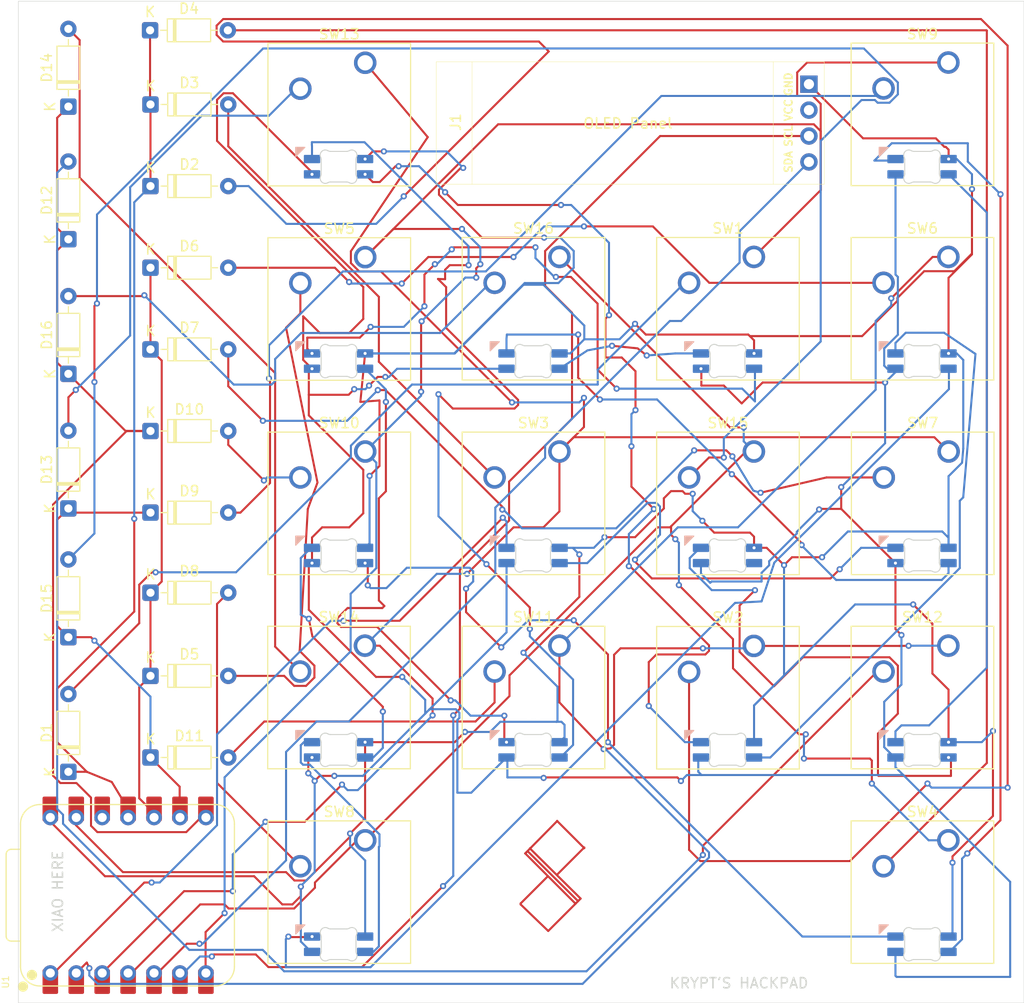
<source format=kicad_pcb>
(kicad_pcb (version 20241229) (generator "pcbnew") (generator_version "9.0")
  (layers (0 "F.Cu" signal) (2 "B.Cu" signal) (13 "F.Paste" user) (15 "B.Paste" user) (5 "F.SilkS" user "F.Silkscreen") (7 "B.SilkS" user "B.Silkscreen") (1 "F.Mask" user) (3 "B.Mask" user) (25 "Edge.Cuts" user))
  (net 0 "")
  (net 1 "Net-(D1-A)")
  (net 2 "ROW0")
  (net 3 "Net-(D2-A)")
  (net 4 "Net-(D3-A)")
  (net 5 "Net-(D4-A)")
  (net 6 "Net-(D5-A)")
  (net 7 "ROW1")
  (net 8 "Net-(D6-A)")
  (net 9 "Net-(D7-A)")
  (net 10 "Net-(D8-A)")
  (net 11 "ROW2")
  (net 12 "Net-(D9-A)")
  (net 13 "ROW3")
  (net 14 "Net-(D10-A)")
  (net 15 "Net-(D11-A)")
  (net 16 "Net-(D12-A)")
  (net 17 "Net-(D13-A)")
  (net 18 "Net-(D14-A)")
  (net 19 "Net-(D15-A)")
  (net 20 "Net-(D16-A)")
  (net 21 "GND")
  (net 22 "+5V")
  (net 23 "LIGHTS")
  (net 24 "COL0")
  (net 25 "COL1")
  (net 26 "COL2")
  (net 27 "COL3")
  (net 28 "unconnected-(U1-3V3-Pad12)")
  (net 29 "Net-(J1-Pin_4)")
  (net 30 "Net-(J1-Pin_3)")
  (net 31 "+3.3V")
  (net 32 "Net-(D17-DOUT)")
  (net 33 "Net-(D18-DOUT)")
  (net 34 "Net-(D19-DOUT)")
  (net 35 "Net-(D20-DOUT)")
  (net 36 "Net-(D20-DIN)")
  (net 37 "Net-(D21-DOUT)")
  (net 38 "Net-(D22-DIN)")
  (net 39 "Net-(D22-DOUT)")
  (net 40 "Net-(D23-DOUT)")
  (net 41 "Net-(D24-DOUT)")
  (net 42 "Net-(D26-DIN)")
  (net 43 "Net-(D27-DIN)")
  (net 44 "Net-(D29-DOUT)")
  (net 45 "Net-(D30-DOUT)")
  (net 46 "Net-(D31-DOUT)")
  (footprint "Diode_THT:D_DO-35_SOD27_P7.62mm_Horizontal" (layer "F.Cu") (at 162.19 60.25)
    (property "Reference" "D6")
    (property "Value" "1N4148")
  )
  (footprint "Diode_THT:D_DO-35_SOD27_P7.62mm_Horizontal" (layer "F.Cu") (at 162.19 92.1)
    (property "Reference" "D8")
    (property "Value" "1N4148")
  )
  (footprint "Button_Switch_Keyboard:SW_Cherry_MX_1.00u_PCB" (layer "F.Cu") (at 240.3475 40.13875)
    (property "Reference" "SW9")
    (property "Value" "SW_Push")
  )
  (footprint "Diode_THT:D_DO-35_SOD27_P7.62mm_Horizontal" (layer "F.Cu") (at 154.15 44.46 90)
    (property "Reference" "D14")
    (property "Value" "1N4148")
  )
  (footprint "LED:MX_SK6812MINI-E_REV" (layer "F.Cu") (at 180.638026 44.793085)
    (property "Reference" "D25" (hide yes))
    (property "Value" "SK6812MINI")
    (fp_line (start -1.724999 6.257842) (end -1.724999 4.852158) (stroke (width 0.1)) (layer "Edge.Cuts"))
    (fp_line (start -0.819452 4.055) (end 0.769452 4.055) (stroke (width 0.1)) (layer "Edge.Cuts"))
    (fp_line (start 0.769452 7.054999) (end -0.819453 7.054999) (stroke (width 0.1)) (layer "Edge.Cuts"))
    (fp_line (start 1.674999 4.852158) (end 1.674999 6.257842) (stroke (width 0.1)) (layer "Edge.Cuts"))
    (fp_arc (start -1.774484 4.63528) (mid -1.737527 4.740932) (end -1.724999 4.852158) (stroke (width 0.1)) (layer "Edge.Cuts"))
    (fp_arc (start -1.774484 4.635281) (mid -1.663072 4.050965) (end -1.071711 3.986701) (stroke (width 0.1)) (layer "Edge.Cuts"))
    (fp_arc (start -1.724999 6.257843) (mid -1.737527 6.369068) (end -1.774484 6.47472) (stroke (width 0.1)) (layer "Edge.Cuts"))
    (fp_arc (start -1.071711 7.123298) (mid -1.663071 7.059034) (end -1.774484 6.47472) (stroke (width 0.1)) (layer "Edge.Cuts"))
    (fp_arc (start -1.071711 7.123298) (mid -0.950123 7.072376) (end -0.819453 7.054999) (stroke (width 0.1)) (layer "Edge.Cuts"))
    (fp_arc (start -0.819452 4.055) (mid -0.950123 4.037623) (end -1.071711 3.986701) (stroke (width 0.1)) (layer "Edge.Cuts"))
    (fp_arc (start 0.769453 7.055) (mid 0.900123 7.072377) (end 1.021711 7.123299) (stroke (width 0.1)) (layer "Edge.Cuts"))
    (fp_arc (start 1.02171 3.986701) (mid 0.900122 4.037623) (end 0.769452 4.055) (stroke (width 0.1)) (layer "Edge.Cuts"))
    (fp_arc (start 1.021711 3.986703) (mid 1.61307 4.050966) (end 1.724484 4.63528) (stroke (width 0.1)) (layer "Edge.Cuts"))
    (fp_arc (start 1.674999 4.852157) (mid 1.687527 4.740932) (end 1.724484 4.63528) (stroke (width 0.1)) (layer "Edge.Cuts"))
    (fp_arc (start 1.724484 6.47472) (mid 1.613071 7.059035) (end 1.021711 7.123299) (stroke (width 0.1)) (layer "Edge.Cuts"))
    (fp_arc (start 1.724484 6.47472) (mid 1.687527 6.369068) (end 1.674999 6.257842) (stroke (width 0.1)) (layer "Edge.Cuts"))
  )
  (footprint "Diode_THT:D_DO-35_SOD27_P7.62mm_Horizontal" (layer "F.Cu") (at 154.15 70.65 90)
    (property "Reference" "D16")
    (property "Value" "1N4148")
  )
  (footprint "Button_Switch_Keyboard:SW_Cherry_MX_1.00u_PCB" (layer "F.Cu") (at 183.2225 40.16375)
    (property "Reference" "SW13")
    (property "Value" "SW_Push")
  )
  (footprint "Diode_THT:D_DO-35_SOD27_P7.62mm_Horizontal" (layer "F.Cu") (at 162.19 84.25)
    (property "Reference" "D9")
    (property "Value" "1N4148")
  )
  (footprint "Diode_THT:D_DO-35_SOD27_P7.62mm_Horizontal" (layer "F.Cu") (at 154.15 57.46 90)
    (property "Reference" "D12")
    (property "Value" "1N4148")
  )
  (footprint "LED:MX_SK6812MINI-E_REV" (layer "F.Cu") (at 218.738026 101.943085)
    (property "Reference" "D20" (hide yes))
    (property "Value" "SK6812MINI")
    (fp_line (start -1.724999 6.257842) (end -1.724999 4.852158) (stroke (width 0.1)) (layer "Edge.Cuts"))
    (fp_line (start -0.819452 4.055) (end 0.769452 4.055) (stroke (width 0.1)) (layer "Edge.Cuts"))
    (fp_line (start 0.769452 7.054999) (end -0.819453 7.054999) (stroke (width 0.1)) (layer "Edge.Cuts"))
    (fp_line (start 1.674999 4.852158) (end 1.674999 6.257842) (stroke (width 0.1)) (layer "Edge.Cuts"))
    (fp_arc (start -1.774484 4.63528) (mid -1.737527 4.740932) (end -1.724999 4.852158) (stroke (width 0.1)) (layer "Edge.Cuts"))
    (fp_arc (start -1.774484 4.635281) (mid -1.663072 4.050965) (end -1.071711 3.986701) (stroke (width 0.1)) (layer "Edge.Cuts"))
    (fp_arc (start -1.724999 6.257843) (mid -1.737527 6.369068) (end -1.774484 6.47472) (stroke (width 0.1)) (layer "Edge.Cuts"))
    (fp_arc (start -1.071711 7.123298) (mid -1.663071 7.059034) (end -1.774484 6.47472) (stroke (width 0.1)) (layer "Edge.Cuts"))
    (fp_arc (start -1.071711 7.123298) (mid -0.950123 7.072376) (end -0.819453 7.054999) (stroke (width 0.1)) (layer "Edge.Cuts"))
    (fp_arc (start -0.819452 4.055) (mid -0.950123 4.037623) (end -1.071711 3.986701) (stroke (width 0.1)) (layer "Edge.Cuts"))
    (fp_arc (start 0.769453 7.055) (mid 0.900123 7.072377) (end 1.021711 7.123299) (stroke (width 0.1)) (layer "Edge.Cuts"))
    (fp_arc (start 1.02171 3.986701) (mid 0.900122 4.037623) (end 0.769452 4.055) (stroke (width 0.1)) (layer "Edge.Cuts"))
    (fp_arc (start 1.021711 3.986703) (mid 1.61307 4.050966) (end 1.724484 4.63528) (stroke (width 0.1)) (layer "Edge.Cuts"))
    (fp_arc (start 1.674999 4.852157) (mid 1.687527 4.740932) (end 1.724484 4.63528) (stroke (width 0.1)) (layer "Edge.Cuts"))
    (fp_arc (start 1.724484 6.47472) (mid 1.613071 7.059035) (end 1.021711 7.123299) (stroke (width 0.1)) (layer "Edge.Cuts"))
    (fp_arc (start 1.724484 6.47472) (mid 1.687527 6.369068) (end 1.674999 6.257842) (stroke (width 0.1)) (layer "Edge.Cuts"))
  )
  (footprint "Diode_THT:D_DO-35_SOD27_P7.62mm_Horizontal" (layer "F.Cu") (at 162.19 108.25)
    (property "Reference" "D11")
    (property "Value" "1N4148")
  )
  (footprint "Diode_THT:D_DO-35_SOD27_P7.62mm_Horizontal" (layer "F.Cu") (at 162.15 36.98)
    (property "Reference" "D4")
    (property "Value" "1N4148")
  )
  (footprint "LED:MX_SK6812MINI-E_REV" (layer "F.Cu") (at 237.788026 120.993085)
    (property "Reference" "D29" (hide yes))
    (property "Value" "SK6812MINI")
    (fp_line (start -1.724999 6.257842) (end -1.724999 4.852158) (stroke (width 0.1)) (layer "Edge.Cuts"))
    (fp_line (start -0.819452 4.055) (end 0.769452 4.055) (stroke (width 0.1)) (layer "Edge.Cuts"))
    (fp_line (start 0.769452 7.054999) (end -0.819453 7.054999) (stroke (width 0.1)) (layer "Edge.Cuts"))
    (fp_line (start 1.674999 4.852158) (end 1.674999 6.257842) (stroke (width 0.1)) (layer "Edge.Cuts"))
    (fp_arc (start -1.774484 4.63528) (mid -1.737527 4.740932) (end -1.724999 4.852158) (stroke (width 0.1)) (layer "Edge.Cuts"))
    (fp_arc (start -1.774484 4.635281) (mid -1.663072 4.050965) (end -1.071711 3.986701) (stroke (width 0.1)) (layer "Edge.Cuts"))
    (fp_arc (start -1.724999 6.257843) (mid -1.737527 6.369068) (end -1.774484 6.47472) (stroke (width 0.1)) (layer "Edge.Cuts"))
    (fp_arc (start -1.071711 7.123298) (mid -1.663071 7.059034) (end -1.774484 6.47472) (stroke (width 0.1)) (layer "Edge.Cuts"))
    (fp_arc (start -1.071711 7.123298) (mid -0.950123 7.072376) (end -0.819453 7.054999) (stroke (width 0.1)) (layer "Edge.Cuts"))
    (fp_arc (start -0.819452 4.055) (mid -0.950123 4.037623) (end -1.071711 3.986701) (stroke (width 0.1)) (layer "Edge.Cuts"))
    (fp_arc (start 0.769453 7.055) (mid 0.900123 7.072377) (end 1.021711 7.123299) (stroke (width 0.1)) (layer "Edge.Cuts"))
    (fp_arc (start 1.02171 3.986701) (mid 0.900122 4.037623) (end 0.769452 4.055) (stroke (width 0.1)) (layer "Edge.Cuts"))
    (fp_arc (start 1.021711 3.986703) (mid 1.61307 4.050966) (end 1.724484 4.63528) (stroke (width 0.1)) (layer "Edge.Cuts"))
    (fp_arc (start 1.674999 4.852157) (mid 1.687527 4.740932) (end 1.724484 4.63528) (stroke (width 0.1)) (layer "Edge.Cuts"))
    (fp_arc (start 1.724484 6.47472) (mid 1.613071 7.059035) (end 1.021711 7.123299) (stroke (width 0.1)) (layer "Edge.Cuts"))
    (fp_arc (start 1.724484 6.47472) (mid 1.687527 6.369068) (end 1.674999 6.257842) (stroke (width 0.1)) (layer "Edge.Cuts"))
  )
  (footprint "Button_Switch_Keyboard:SW_Cherry_MX_1.00u_PCB" (layer "F.Cu") (at 221.2975 78.26375)
    (property "Reference" "SW15")
    (property "Value" "SW_Push")
  )
  (footprint "LED:MX_SK6812MINI-E_REV" (layer "F.Cu") (at 237.794276 44.793085)
    (property "Reference" "D30" (hide yes))
    (property "Value" "SK6812MINI")
    (fp_line (start -1.724999 6.257842) (end -1.724999 4.852158) (stroke (width 0.1)) (layer "Edge.Cuts"))
    (fp_line (start -0.819452 4.055) (end 0.769452 4.055) (stroke (width 0.1)) (layer "Edge.Cuts"))
    (fp_line (start 0.769452 7.054999) (end -0.819453 7.054999) (stroke (width 0.1)) (layer "Edge.Cuts"))
    (fp_line (start 1.674999 4.852158) (end 1.674999 6.257842) (stroke (width 0.1)) (layer "Edge.Cuts"))
    (fp_arc (start -1.774484 4.63528) (mid -1.737527 4.740932) (end -1.724999 4.852158) (stroke (width 0.1)) (layer "Edge.Cuts"))
    (fp_arc (start -1.774484 4.635281) (mid -1.663072 4.050965) (end -1.071711 3.986701) (stroke (width 0.1)) (layer "Edge.Cuts"))
    (fp_arc (start -1.724999 6.257843) (mid -1.737527 6.369068) (end -1.774484 6.47472) (stroke (width 0.1)) (layer "Edge.Cuts"))
    (fp_arc (start -1.071711 7.123298) (mid -1.663071 7.059034) (end -1.774484 6.47472) (stroke (width 0.1)) (layer "Edge.Cuts"))
    (fp_arc (start -1.071711 7.123298) (mid -0.950123 7.072376) (end -0.819453 7.054999) (stroke (width 0.1)) (layer "Edge.Cuts"))
    (fp_arc (start -0.819452 4.055) (mid -0.950123 4.037623) (end -1.071711 3.986701) (stroke (width 0.1)) (layer "Edge.Cuts"))
    (fp_arc (start 0.769453 7.055) (mid 0.900123 7.072377) (end 1.021711 7.123299) (stroke (width 0.1)) (layer "Edge.Cuts"))
    (fp_arc (start 1.02171 3.986701) (mid 0.900122 4.037623) (end 0.769452 4.055) (stroke (width 0.1)) (layer "Edge.Cuts"))
    (fp_arc (start 1.021711 3.986703) (mid 1.61307 4.050966) (end 1.724484 4.63528) (stroke (width 0.1)) (layer "Edge.Cuts"))
    (fp_arc (start 1.674999 4.852157) (mid 1.687527 4.740932) (end 1.724484 4.63528) (stroke (width 0.1)) (layer "Edge.Cuts"))
    (fp_arc (start 1.724484 6.47472) (mid 1.613071 7.059035) (end 1.021711 7.123299) (stroke (width 0.1)) (layer "Edge.Cuts"))
    (fp_arc (start 1.724484 6.47472) (mid 1.687527 6.369068) (end 1.674999 6.257842) (stroke (width 0.1)) (layer "Edge.Cuts"))
  )
  (footprint "LED:MX_SK6812MINI-E_REV" (layer "F.Cu") (at 237.788026 101.943085)
    (property "Reference" "D31" (hide yes))
    (property "Value" "SK6812MINI")
    (fp_line (start -1.724999 6.257842) (end -1.724999 4.852158) (stroke (width 0.1)) (layer "Edge.Cuts"))
    (fp_line (start -0.819452 4.055) (end 0.769452 4.055) (stroke (width 0.1)) (layer "Edge.Cuts"))
    (fp_line (start 0.769452 7.054999) (end -0.819453 7.054999) (stroke (width 0.1)) (layer "Edge.Cuts"))
    (fp_line (start 1.674999 4.852158) (end 1.674999 6.257842) (stroke (width 0.1)) (layer "Edge.Cuts"))
    (fp_arc (start -1.774484 4.63528) (mid -1.737527 4.740932) (end -1.724999 4.852158) (stroke (width 0.1)) (layer "Edge.Cuts"))
    (fp_arc (start -1.774484 4.635281) (mid -1.663072 4.050965) (end -1.071711 3.986701) (stroke (width 0.1)) (layer "Edge.Cuts"))
    (fp_arc (start -1.724999 6.257843) (mid -1.737527 6.369068) (end -1.774484 6.47472) (stroke (width 0.1)) (layer "Edge.Cuts"))
    (fp_arc (start -1.071711 7.123298) (mid -1.663071 7.059034) (end -1.774484 6.47472) (stroke (width 0.1)) (layer "Edge.Cuts"))
    (fp_arc (start -1.071711 7.123298) (mid -0.950123 7.072376) (end -0.819453 7.054999) (stroke (width 0.1)) (layer "Edge.Cuts"))
    (fp_arc (start -0.819452 4.055) (mid -0.950123 4.037623) (end -1.071711 3.986701) (stroke (width 0.1)) (layer "Edge.Cuts"))
    (fp_arc (start 0.769453 7.055) (mid 0.900123 7.072377) (end 1.021711 7.123299) (stroke (width 0.1)) (layer "Edge.Cuts"))
    (fp_arc (start 1.02171 3.986701) (mid 0.900122 4.037623) (end 0.769452 4.055) (stroke (width 0.1)) (layer "Edge.Cuts"))
    (fp_arc (start 1.021711 3.986703) (mid 1.61307 4.050966) (end 1.724484 4.63528) (stroke (width 0.1)) (layer "Edge.Cuts"))
    (fp_arc (start 1.674999 4.852157) (mid 1.687527 4.740932) (end 1.724484 4.63528) (stroke (width 0.1)) (layer "Edge.Cuts"))
    (fp_arc (start 1.724484 6.47472) (mid 1.613071 7.059035) (end 1.021711 7.123299) (stroke (width 0.1)) (layer "Edge.Cuts"))
    (fp_arc (start 1.724484 6.47472) (mid 1.687527 6.369068) (end 1.674999 6.257842) (stroke (width 0.1)) (layer "Edge.Cuts"))
  )
  (footprint "Button_Switch_Keyboard:SW_Cherry_MX_1.00u_PCB" (layer "F.Cu") (at 240.3475 116.36375)
    (property "Reference" "SW4")
    (property "Value" "SW_Push")
  )
  (footprint "Button_Switch_Keyboard:SW_Cherry_MX_1.00u_PCB" (layer "F.Cu") (at 221.2975 97.31375)
    (property "Reference" "SW2")
    (property "Value" "SW_Push")
  )
  (footprint "Diode_THT:D_DO-35_SOD27_P7.62mm_Horizontal" (layer "F.Cu") (at 162.19 76.25)
    (property "Reference" "D10")
    (property "Value" "1N4148")
  )
  (footprint "LED:MX_SK6812MINI-E_REV" (layer "F.Cu") (at 199.688026 63.843085)
    (property "Reference" "D19" (hide yes))
    (property "Value" "SK6812MINI")
    (fp_line (start -1.724999 6.257842) (end -1.724999 4.852158) (stroke (width 0.1)) (layer "Edge.Cuts"))
    (fp_line (start -0.819452 4.055) (end 0.769452 4.055) (stroke (width 0.1)) (layer "Edge.Cuts"))
    (fp_line (start 0.769452 7.054999) (end -0.819453 7.054999) (stroke (width 0.1)) (layer "Edge.Cuts"))
    (fp_line (start 1.674999 4.852158) (end 1.674999 6.257842) (stroke (width 0.1)) (layer "Edge.Cuts"))
    (fp_arc (start -1.774484 4.63528) (mid -1.737527 4.740932) (end -1.724999 4.852158) (stroke (width 0.1)) (layer "Edge.Cuts"))
    (fp_arc (start -1.774484 4.635281) (mid -1.663072 4.050965) (end -1.071711 3.986701) (stroke (width 0.1)) (layer "Edge.Cuts"))
    (fp_arc (start -1.724999 6.257843) (mid -1.737527 6.369068) (end -1.774484 6.47472) (stroke (width 0.1)) (layer "Edge.Cuts"))
    (fp_arc (start -1.071711 7.123298) (mid -1.663071 7.059034) (end -1.774484 6.47472) (stroke (width 0.1)) (layer "Edge.Cuts"))
    (fp_arc (start -1.071711 7.123298) (mid -0.950123 7.072376) (end -0.819453 7.054999) (stroke (width 0.1)) (layer "Edge.Cuts"))
    (fp_arc (start -0.819452 4.055) (mid -0.950123 4.037623) (end -1.071711 3.986701) (stroke (width 0.1)) (layer "Edge.Cuts"))
    (fp_arc (start 0.769453 7.055) (mid 0.900123 7.072377) (end 1.021711 7.123299) (stroke (width 0.1)) (layer "Edge.Cuts"))
    (fp_arc (start 1.02171 3.986701) (mid 0.900122 4.037623) (end 0.769452 4.055) (stroke (width 0.1)) (layer "Edge.Cuts"))
    (fp_arc (start 1.021711 3.986703) (mid 1.61307 4.050966) (end 1.724484 4.63528) (stroke (width 0.1)) (layer "Edge.Cuts"))
    (fp_arc (start 1.674999 4.852157) (mid 1.687527 4.740932) (end 1.724484 4.63528) (stroke (width 0.1)) (layer "Edge.Cuts"))
    (fp_arc (start 1.724484 6.47472) (mid 1.613071 7.059035) (end 1.021711 7.123299) (stroke (width 0.1)) (layer "Edge.Cuts"))
    (fp_arc (start 1.724484 6.47472) (mid 1.687527 6.369068) (end 1.674999 6.257842) (stroke (width 0.1)) (layer "Edge.Cuts"))
  )
  (footprint "Button_Switch_Keyboard:SW_Cherry_MX_1.00u_PCB" (layer "F.Cu") (at 240.3725 78.26375)
    (property "Reference" "SW7")
    (property "Value" "SW_Push")
  )
  (footprint "LED:MX_SK6812MINI-E_REV" (layer "F.Cu") (at 237.788026 82.893085)
    (property "Reference" "D18" (hide yes))
    (property "Value" "SK6812MINI")
    (fp_line (start -1.724999 6.257842) (end -1.724999 4.852158) (stroke (width 0.1)) (layer "Edge.Cuts"))
    (fp_line (start -0.819452 4.055) (end 0.769452 4.055) (stroke (width 0.1)) (layer "Edge.Cuts"))
    (fp_line (start 0.769452 7.054999) (end -0.819453 7.054999) (stroke (width 0.1)) (layer "Edge.Cuts"))
    (fp_line (start 1.674999 4.852158) (end 1.674999 6.257842) (stroke (width 0.1)) (layer "Edge.Cuts"))
    (fp_arc (start -1.774484 4.63528) (mid -1.737527 4.740932) (end -1.724999 4.852158) (stroke (width 0.1)) (layer "Edge.Cuts"))
    (fp_arc (start -1.774484 4.635281) (mid -1.663072 4.050965) (end -1.071711 3.986701) (stroke (width 0.1)) (layer "Edge.Cuts"))
    (fp_arc (start -1.724999 6.257843) (mid -1.737527 6.369068) (end -1.774484 6.47472) (stroke (width 0.1)) (layer "Edge.Cuts"))
    (fp_arc (start -1.071711 7.123298) (mid -1.663071 7.059034) (end -1.774484 6.47472) (stroke (width 0.1)) (layer "Edge.Cuts"))
    (fp_arc (start -1.071711 7.123298) (mid -0.950123 7.072376) (end -0.819453 7.054999) (stroke (width 0.1)) (layer "Edge.Cuts"))
    (fp_arc (start -0.819452 4.055) (mid -0.950123 4.037623) (end -1.071711 3.986701) (stroke (width 0.1)) (layer "Edge.Cuts"))
    (fp_arc (start 0.769453 7.055) (mid 0.900123 7.072377) (end 1.021711 7.123299) (stroke (width 0.1)) (layer "Edge.Cuts"))
    (fp_arc (start 1.02171 3.986701) (mid 0.900122 4.037623) (end 0.769452 4.055) (stroke (width 0.1)) (layer "Edge.Cuts"))
    (fp_arc (start 1.021711 3.986703) (mid 1.61307 4.050966) (end 1.724484 4.63528) (stroke (width 0.1)) (layer "Edge.Cuts"))
    (fp_arc (start 1.674999 4.852157) (mid 1.687527 4.740932) (end 1.724484 4.63528) (stroke (width 0.1)) (layer "Edge.Cuts"))
    (fp_arc (start 1.724484 6.47472) (mid 1.613071 7.059035) (end 1.021711 7.123299) (stroke (width 0.1)) (layer "Edge.Cuts"))
    (fp_arc (start 1.724484 6.47472) (mid 1.687527 6.369068) (end 1.674999 6.257842) (stroke (width 0.1)) (layer "Edge.Cuts"))
  )
  (footprint "LED:MX_SK6812MINI-E_REV" (layer "F.Cu") (at 237.788026 63.843085)
    (property "Reference" "D28" (hide yes))
    (property "Value" "SK6812MINI")
    (fp_line (start -1.724999 6.257842) (end -1.724999 4.852158) (stroke (width 0.1)) (layer "Edge.Cuts"))
    (fp_line (start -0.819452 4.055) (end 0.769452 4.055) (stroke (width 0.1)) (layer "Edge.Cuts"))
    (fp_line (start 0.769452 7.054999) (end -0.819453 7.054999) (stroke (width 0.1)) (layer "Edge.Cuts"))
    (fp_line (start 1.674999 4.852158) (end 1.674999 6.257842) (stroke (width 0.1)) (layer "Edge.Cuts"))
    (fp_arc (start -1.774484 4.63528) (mid -1.737527 4.740932) (end -1.724999 4.852158) (stroke (width 0.1)) (layer "Edge.Cuts"))
    (fp_arc (start -1.774484 4.635281) (mid -1.663072 4.050965) (end -1.071711 3.986701) (stroke (width 0.1)) (layer "Edge.Cuts"))
    (fp_arc (start -1.724999 6.257843) (mid -1.737527 6.369068) (end -1.774484 6.47472) (stroke (width 0.1)) (layer "Edge.Cuts"))
    (fp_arc (start -1.071711 7.123298) (mid -1.663071 7.059034) (end -1.774484 6.47472) (stroke (width 0.1)) (layer "Edge.Cuts"))
    (fp_arc (start -1.071711 7.123298) (mid -0.950123 7.072376) (end -0.819453 7.054999) (stroke (width 0.1)) (layer "Edge.Cuts"))
    (fp_arc (start -0.819452 4.055) (mid -0.950123 4.037623) (end -1.071711 3.986701) (stroke (width 0.1)) (layer "Edge.Cuts"))
    (fp_arc (start 0.769453 7.055) (mid 0.900123 7.072377) (end 1.021711 7.123299) (stroke (width 0.1)) (layer "Edge.Cuts"))
    (fp_arc (start 1.02171 3.986701) (mid 0.900122 4.037623) (end 0.769452 4.055) (stroke (width 0.1)) (layer "Edge.Cuts"))
    (fp_arc (start 1.021711 3.986703) (mid 1.61307 4.050966) (end 1.724484 4.63528) (stroke (width 0.1)) (layer "Edge.Cuts"))
    (fp_arc (start 1.674999 4.852157) (mid 1.687527 4.740932) (end 1.724484 4.63528) (stroke (width 0.1)) (layer "Edge.Cuts"))
    (fp_arc (start 1.724484 6.47472) (mid 1.613071 7.059035) (end 1.021711 7.123299) (stroke (width 0.1)) (layer "Edge.Cuts"))
    (fp_arc (start 1.724484 6.47472) (mid 1.687527 6.369068) (end 1.674999 6.257842) (stroke (width 0.1)) (layer "Edge.Cuts"))
  )
  (footprint "LED:MX_SK6812MINI-E_REV" (layer "F.Cu") (at 199.694276 82.893085)
    (property "Reference" "D17" (hide yes))
    (property "Value" "SK6812MINI")
    (fp_line (start -1.724999 6.257842) (end -1.724999 4.852158) (stroke (width 0.1)) (layer "Edge.Cuts"))
    (fp_line (start -0.819452 4.055) (end 0.769452 4.055) (stroke (width 0.1)) (layer "Edge.Cuts"))
    (fp_line (start 0.769452 7.054999) (end -0.819453 7.054999) (stroke (width 0.1)) (layer "Edge.Cuts"))
    (fp_line (start 1.674999 4.852158) (end 1.674999 6.257842) (stroke (width 0.1)) (layer "Edge.Cuts"))
    (fp_arc (start -1.774484 4.63528) (mid -1.737527 4.740932) (end -1.724999 4.852158) (stroke (width 0.1)) (layer "Edge.Cuts"))
    (fp_arc (start -1.774484 4.635281) (mid -1.663072 4.050965) (end -1.071711 3.986701) (stroke (width 0.1)) (layer "Edge.Cuts"))
    (fp_arc (start -1.724999 6.257843) (mid -1.737527 6.369068) (end -1.774484 6.47472) (stroke (width 0.1)) (layer "Edge.Cuts"))
    (fp_arc (start -1.071711 7.123298) (mid -1.663071 7.059034) (end -1.774484 6.47472) (stroke (width 0.1)) (layer "Edge.Cuts"))
    (fp_arc (start -1.071711 7.123298) (mid -0.950123 7.072376) (end -0.819453 7.054999) (stroke (width 0.1)) (layer "Edge.Cuts"))
    (fp_arc (start -0.819452 4.055) (mid -0.950123 4.037623) (end -1.071711 3.986701) (stroke (width 0.1)) (layer "Edge.Cuts"))
    (fp_arc (start 0.769453 7.055) (mid 0.900123 7.072377) (end 1.021711 7.123299) (stroke (width 0.1)) (layer "Edge.Cuts"))
    (fp_arc (start 1.02171 3.986701) (mid 0.900122 4.037623) (end 0.769452 4.055) (stroke (width 0.1)) (layer "Edge.Cuts"))
    (fp_arc (start 1.021711 3.986703) (mid 1.61307 4.050966) (end 1.724484 4.63528) (stroke (width 0.1)) (layer "Edge.Cuts"))
    (fp_arc (start 1.674999 4.852157) (mid 1.687527 4.740932) (end 1.724484 4.63528) (stroke (width 0.1)) (layer "Edge.Cuts"))
    (fp_arc (start 1.724484 6.47472) (mid 1.613071 7.059035) (end 1.021711 7.123299) (stroke (width 0.1)) (layer "Edge.Cuts"))
    (fp_arc (start 1.724484 6.47472) (mid 1.687527 6.369068) (end 1.674999 6.257842) (stroke (width 0.1)) (layer "Edge.Cuts"))
  )
  (footprint "Diode_THT:D_DO-35_SOD27_P7.62mm_Horizontal" (layer "F.Cu") (at 154.15 83.84 90)
    (property "Reference" "D13")
    (property "Value" "1N4148")
  )
  (footprint "LED:MX_SK6812MINI-E_REV" (layer "F.Cu") (at 180.638026 63.843085)
    (property "Reference" "D23" (hide yes))
    (property "Value" "SK6812MINI")
    (fp_line (start -1.724999 6.257842) (end -1.724999 4.852158) (stroke (width 0.1)) (layer "Edge.Cuts"))
    (fp_line (start -0.819452 4.055) (end 0.769452 4.055) (stroke (width 0.1)) (layer "Edge.Cuts"))
    (fp_line (start 0.769452 7.054999) (end -0.819453 7.054999) (stroke (width 0.1)) (layer "Edge.Cuts"))
    (fp_line (start 1.674999 4.852158) (end 1.674999 6.257842) (stroke (width 0.1)) (layer "Edge.Cuts"))
    (fp_arc (start -1.774484 4.63528) (mid -1.737527 4.740932) (end -1.724999 4.852158) (stroke (width 0.1)) (layer "Edge.Cuts"))
    (fp_arc (start -1.774484 4.635281) (mid -1.663072 4.050965) (end -1.071711 3.986701) (stroke (width 0.1)) (layer "Edge.Cuts"))
    (fp_arc (start -1.724999 6.257843) (mid -1.737527 6.369068) (end -1.774484 6.47472) (stroke (width 0.1)) (layer "Edge.Cuts"))
    (fp_arc (start -1.071711 7.123298) (mid -1.663071 7.059034) (end -1.774484 6.47472) (stroke (width 0.1)) (layer "Edge.Cuts"))
    (fp_arc (start -1.071711 7.123298) (mid -0.950123 7.072376) (end -0.819453 7.054999) (stroke (width 0.1)) (layer "Edge.Cuts"))
    (fp_arc (start -0.819452 4.055) (mid -0.950123 4.037623) (end -1.071711 3.986701) (stroke (width 0.1)) (layer "Edge.Cuts"))
    (fp_arc (start 0.769453 7.055) (mid 0.900123 7.072377) (end 1.021711 7.123299) (stroke (width 0.1)) (layer "Edge.Cuts"))
    (fp_arc (start 1.02171 3.986701) (mid 0.900122 4.037623) (end 0.769452 4.055) (stroke (width 0.1)) (layer "Edge.Cuts"))
    (fp_arc (start 1.021711 3.986703) (mid 1.61307 4.050966) (end 1.724484 4.63528) (stroke (width 0.1)) (layer "Edge.Cuts"))
    (fp_arc (start 1.674999 4.852157) (mid 1.687527 4.740932) (end 1.724484 4.63528) (stroke (width 0.1)) (layer "Edge.Cuts"))
    (fp_arc (start 1.724484 6.47472) (mid 1.613071 7.059035) (end 1.021711 7.123299) (stroke (width 0.1)) (layer "Edge.Cuts"))
    (fp_arc (start 1.724484 6.47472) (mid 1.687527 6.369068) (end 1.674999 6.257842) (stroke (width 0.1)) (layer "Edge.Cuts"))
  )
  (footprint "Button_Switch_Keyboard:SW_Cherry_MX_1.00u_PCB" (layer "F.Cu") (at 183.2225 116.36375)
    (property "Reference" "SW8")
    (property "Value" "SW_Push")
  )
  (footprint "Button_Switch_Keyboard:SW_Cherry_MX_1.00u_PCB" (layer "F.Cu") (at 240.3475 59.18875)
    (property "Reference" "SW6")
    (property "Value" "SW_Push")
  )
  (footprint "Diode_THT:D_DO-35_SOD27_P7.62mm_Horizontal" (layer "F.Cu") (at 162.19 68.25)
    (property "Reference" "D7")
    (property "Value" "1N4148")
  )
  (footprint "Diode_THT:D_DO-35_SOD27_P7.62mm_Horizontal" (layer "F.Cu") (at 162.19 44.25)
    (property "Reference" "D3")
    (property "Value" "1N4148")
  )
  (footprint "Button_Switch_Keyboard:SW_Cherry_MX_1.00u_PCB" (layer "F.Cu") (at 240.3475 97.28875)
    (property "Reference" "SW12")
    (property "Value" "SW_Push")
  )
  (footprint "Button_Switch_Keyboard:SW_Cherry_MX_1.00u_PCB" (layer "F.Cu") (at 202.2475 97.28875)
    (property "Reference" "SW11")
    (property "Value" "SW_Push")
  )
  (footprint "Button_Switch_Keyboard:SW_Cherry_MX_1.00u_PCB" (layer "F.Cu") (at 183.2225 59.21375)
    (property "Reference" "SW5")
    (property "Value" "SW_Push")
  )
  (footprint "Button_Switch_Keyboard:SW_Cherry_MX_1.00u_PCB" (layer "F.Cu") (at 183.2225 78.26375)
    (property "Reference" "SW10")
    (property "Value" "SW_Push")
  )
  (footprint "LED:MX_SK6812MINI-E_REV" (layer "F.Cu") (at 180.638026 101.943085)
    (property "Reference" "D26" (hide yes))
    (property "Value" "SK6812MINI")
    (fp_line (start -1.724999 6.257842) (end -1.724999 4.852158) (stroke (width 0.1)) (layer "Edge.Cuts"))
    (fp_line (start -0.819452 4.055) (end 0.769452 4.055) (stroke (width 0.1)) (layer "Edge.Cuts"))
    (fp_line (start 0.769452 7.054999) (end -0.819453 7.054999) (stroke (width 0.1)) (layer "Edge.Cuts"))
    (fp_line (start 1.674999 4.852158) (end 1.674999 6.257842) (stroke (width 0.1)) (layer "Edge.Cuts"))
    (fp_arc (start -1.774484 4.63528) (mid -1.737527 4.740932) (end -1.724999 4.852158) (stroke (width 0.1)) (layer "Edge.Cuts"))
    (fp_arc (start -1.774484 4.635281) (mid -1.663072 4.050965) (end -1.071711 3.986701) (stroke (width 0.1)) (layer "Edge.Cuts"))
    (fp_arc (start -1.724999 6.257843) (mid -1.737527 6.369068) (end -1.774484 6.47472) (stroke (width 0.1)) (layer "Edge.Cuts"))
    (fp_arc (start -1.071711 7.123298) (mid -1.663071 7.059034) (end -1.774484 6.47472) (stroke (width 0.1)) (layer "Edge.Cuts"))
    (fp_arc (start -1.071711 7.123298) (mid -0.950123 7.072376) (end -0.819453 7.054999) (stroke (width 0.1)) (layer "Edge.Cuts"))
    (fp_arc (start -0.819452 4.055) (mid -0.950123 4.037623) (end -1.071711 3.986701) (stroke (width 0.1)) (layer "Edge.Cuts"))
    (fp_arc (start 0.769453 7.055) (mid 0.900123 7.072377) (end 1.021711 7.123299) (stroke (width 0.1)) (layer "Edge.Cuts"))
    (fp_arc (start 1.02171 3.986701) (mid 0.900122 4.037623) (end 0.769452 4.055) (stroke (width 0.1)) (layer "Edge.Cuts"))
    (fp_arc (start 1.021711 3.986703) (mid 1.61307 4.050966) (end 1.724484 4.63528) (stroke (width 0.1)) (layer "Edge.Cuts"))
    (fp_arc (start 1.674999 4.852157) (mid 1.687527 4.740932) (end 1.724484 4.63528) (stroke (width 0.1)) (layer "Edge.Cuts"))
    (fp_arc (start 1.724484 6.47472) (mid 1.613071 7.059035) (end 1.021711 7.123299) (stroke (width 0.1)) (layer "Edge.Cuts"))
    (fp_arc (start 1.724484 6.47472) (mid 1.687527 6.369068) (end 1.674999 6.257842) (stroke (width 0.1)) (layer "Edge.Cuts"))
  )
  (footprint "LED:MX_SK6812MINI-E_REV" (layer "F.Cu") (at 199.688026 101.943085)
    (property "Reference" "D24" (hide yes))
    (property "Value" "SK6812MINI")
    (fp_line (start -1.724999 6.257842) (end -1.724999 4.852158) (stroke (width 0.1)) (layer "Edge.Cuts"))
    (fp_line (start -0.819452 4.055) (end 0.769452 4.055) (stroke (width 0.1)) (layer "Edge.Cuts"))
    (fp_line (start 0.769452 7.054999) (end -0.819453 7.054999) (stroke (width 0.1)) (layer "Edge.Cuts"))
    (fp_line (start 1.674999 4.852158) (end 1.674999 6.257842) (stroke (width 0.1)) (layer "Edge.Cuts"))
    (fp_arc (start -1.774484 4.63528) (mid -1.737527 4.740932) (end -1.724999 4.852158) (stroke (width 0.1)) (layer "Edge.Cuts"))
    (fp_arc (start -1.774484 4.635281) (mid -1.663072 4.050965) (end -1.071711 3.986701) (stroke (width 0.1)) (layer "Edge.Cuts"))
    (fp_arc (start -1.724999 6.257843) (mid -1.737527 6.369068) (end -1.774484 6.47472) (stroke (width 0.1)) (layer "Edge.Cuts"))
    (fp_arc (start -1.071711 7.123298) (mid -1.663071 7.059034) (end -1.774484 6.47472) (stroke (width 0.1)) (layer "Edge.Cuts"))
    (fp_arc (start -1.071711 7.123298) (mid -0.950123 7.072376) (end -0.819453 7.054999) (stroke (width 0.1)) (layer "Edge.Cuts"))
    (fp_arc (start -0.819452 4.055) (mid -0.950123 4.037623) (end -1.071711 3.986701) (stroke (width 0.1)) (layer "Edge.Cuts"))
    (fp_arc (start 0.769453 7.055) (mid 0.900123 7.072377) (end 1.021711 7.123299) (stroke (width 0.1)) (layer "Edge.Cuts"))
    (fp_arc (start 1.02171 3.986701) (mid 0.900122 4.037623) (end 0.769452 4.055) (stroke (width 0.1)) (layer "Edge.Cuts"))
    (fp_arc (start 1.021711 3.986703) (mid 1.61307 4.050966) (end 1.724484 4.63528) (stroke (width 0.1)) (layer "Edge.Cuts"))
    (fp_arc (start 1.674999 4.852157) (mid 1.687527 4.740932) (end 1.724484 4.63528) (stroke (width 0.1)) (layer "Edge.Cuts"))
    (fp_arc (start 1.724484 6.47472) (mid 1.613071 7.059035) (end 1.021711 7.123299) (stroke (width 0.1)) (layer "Edge.Cuts"))
    (fp_arc (start 1.724484 6.47472) (mid 1.687527 6.369068) (end 1.674999 6.257842) (stroke (width 0.1)) (layer "Edge.Cuts"))
  )
  (footprint "LED:MX_SK6812MINI-E_REV" (layer "F.Cu") (at 180.638026 82.893085)
    (property "Reference" "D22" (hide yes))
    (property "Value" "SK6812MINI")
    (fp_line (start -1.724999 6.257842) (end -1.724999 4.852158) (stroke (width 0.1)) (layer "Edge.Cuts"))
    (fp_line (start -0.819452 4.055) (end 0.769452 4.055) (stroke (width 0.1)) (layer "Edge.Cuts"))
    (fp_line (start 0.769452 7.054999) (end -0.819453 7.054999) (stroke (width 0.1)) (layer "Edge.Cuts"))
    (fp_line (start 1.674999 4.852158) (end 1.674999 6.257842) (stroke (width 0.1)) (layer "Edge.Cuts"))
    (fp_arc (start -1.774484 4.63528) (mid -1.737527 4.740932) (end -1.724999 4.852158) (stroke (width 0.1)) (layer "Edge.Cuts"))
    (fp_arc (start -1.774484 4.635281) (mid -1.663072 4.050965) (end -1.071711 3.986701) (stroke (width 0.1)) (layer "Edge.Cuts"))
    (fp_arc (start -1.724999 6.257843) (mid -1.737527 6.369068) (end -1.774484 6.47472) (stroke (width 0.1)) (layer "Edge.Cuts"))
    (fp_arc (start -1.071711 7.123298) (mid -1.663071 7.059034) (end -1.774484 6.47472) (stroke (width 0.1)) (layer "Edge.Cuts"))
    (fp_arc (start -1.071711 7.123298) (mid -0.950123 7.072376) (end -0.819453 7.054999) (stroke (width 0.1)) (layer "Edge.Cuts"))
    (fp_arc (start -0.819452 4.055) (mid -0.950123 4.037623) (end -1.071711 3.986701) (stroke (width 0.1)) (layer "Edge.Cuts"))
    (fp_arc (start 0.769453 7.055) (mid 0.900123 7.072377) (end 1.021711 7.123299) (stroke (width 0.1)) (layer "Edge.Cuts"))
    (fp_arc (start 1.02171 3.986701) (mid 0.900122 4.037623) (end 0.769452 4.055) (stroke (width 0.1)) (layer "Edge.Cuts"))
    (fp_arc (start 1.021711 3.986703) (mid 1.61307 4.050966) (end 1.724484 4.63528) (stroke (width 0.1)) (layer "Edge.Cuts"))
    (fp_arc (start 1.674999 4.852157) (mid 1.687527 4.740932) (end 1.724484 4.63528) (stroke (width 0.1)) (layer "Edge.Cuts"))
    (fp_arc (start 1.724484 6.47472) (mid 1.613071 7.059035) (end 1.021711 7.123299) (stroke (width 0.1)) (layer "Edge.Cuts"))
    (fp_arc (start 1.724484 6.47472) (mid 1.687527 6.369068) (end 1.674999 6.257842) (stroke (width 0.1)) (layer "Edge.Cuts"))
  )
  (footprint "LED:MX_SK6812MINI-E_REV" (layer "F.Cu") (at 218.738026 82.893085)
    (property "Reference" "D32" (hide yes))
    (property "Value" "SK6812MINI")
    (fp_line (start -1.724999 6.257842) (end -1.724999 4.852158) (stroke (width 0.1)) (layer "Edge.Cuts"))
    (fp_line (start -0.819452 4.055) (end 0.769452 4.055) (stroke (width 0.1)) (layer "Edge.Cuts"))
    (fp_line (start 0.769452 7.054999) (end -0.819453 7.054999) (stroke (width 0.1)) (layer "Edge.Cuts"))
    (fp_line (start 1.674999 4.852158) (end 1.674999 6.257842) (stroke (width 0.1)) (layer "Edge.Cuts"))
    (fp_arc (start -1.774484 4.63528) (mid -1.737527 4.740932) (end -1.724999 4.852158) (stroke (width 0.1)) (layer "Edge.Cuts"))
    (fp_arc (start -1.774484 4.635281) (mid -1.663072 4.050965) (end -1.071711 3.986701) (stroke (width 0.1)) (layer "Edge.Cuts"))
    (fp_arc (start -1.724999 6.257843) (mid -1.737527 6.369068) (end -1.774484 6.47472) (stroke (width 0.1)) (layer "Edge.Cuts"))
    (fp_arc (start -1.071711 7.123298) (mid -1.663071 7.059034) (end -1.774484 6.47472) (stroke (width 0.1)) (layer "Edge.Cuts"))
    (fp_arc (start -1.071711 7.123298) (mid -0.950123 7.072376) (end -0.819453 7.054999) (stroke (width 0.1)) (layer "Edge.Cuts"))
    (fp_arc (start -0.819452 4.055) (mid -0.950123 4.037623) (end -1.071711 3.986701) (stroke (width 0.1)) (layer "Edge.Cuts"))
    (fp_arc (start 0.769453 7.055) (mid 0.900123 7.072377) (end 1.021711 7.123299) (stroke (width 0.1)) (layer "Edge.Cuts"))
    (fp_arc (start 1.02171 3.986701) (mid 0.900122 4.037623) (end 0.769452 4.055) (stroke (width 0.1)) (layer "Edge.Cuts"))
    (fp_arc (start 1.021711 3.986703) (mid 1.61307 4.050966) (end 1.724484 4.63528) (stroke (width 0.1)) (layer "Edge.Cuts"))
    (fp_arc (start 1.674999 4.852157) (mid 1.687527 4.740932) (end 1.724484 4.63528) (stroke (width 0.1)) (layer "Edge.Cuts"))
    (fp_arc (start 1.724484 6.47472) (mid 1.613071 7.059035) (end 1.021711 7.123299) (stroke (width 0.1)) (layer "Edge.Cuts"))
    (fp_arc (start 1.724484 6.47472) (mid 1.687527 6.369068) (end 1.674999 6.257842) (stroke (width 0.1)) (layer "Edge.Cuts"))
  )
  (footprint "Diode_THT:D_DO-35_SOD27_P7.62mm_Horizontal" (layer "F.Cu") (at 154.15 96.46 90)
    (property "Reference" "D15")
    (property "Value" "1N4148")
  )
  (footprint "KiCad-SSD1306-0.91-OLED-4pin-128x32.pretty-master:SSD1306-0.91-OLED-4pin-128x32" (layer "F.Cu") (at 190.188653 40.072787)
    (property "Reference" "J1")
    (property "Value" "Conn_01x04")
  )
  (footprint "Seeed Studio XIAO Series Library:XIAO-RP2040-DIP" (layer "F.Cu") (at 160 121.75 90)
    (property "Reference" "U1")
    (property "Value" "XIAO-RP2040-DIP")
  )
  (footprint "Button_Switch_Keyboard:SW_Cherry_MX_1.00u_PCB" (layer "F.Cu") (at 202.2475 59.18875)
    (property "Reference" "SW16")
    (property "Value" "SW_Push")
  )
  (footprint "LED:MX_SK6812MINI-E_REV" (layer "F.Cu") (at 180.644276 120.993085)
    (property "Reference" "D27" (hide yes))
    (property "Value" "SK6812MINI")
    (fp_line (start -1.724999 6.257842) (end -1.724999 4.852158) (stroke (width 0.1)) (layer "Edge.Cuts"))
    (fp_line (start -0.819452 4.055) (end 0.769452 4.055) (stroke (width 0.1)) (layer "Edge.Cuts"))
    (fp_line (start 0.769452 7.054999) (end -0.819453 7.054999) (stroke (width 0.1)) (layer "Edge.Cuts"))
    (fp_line (start 1.674999 4.852158) (end 1.674999 6.257842) (stroke (width 0.1)) (layer "Edge.Cuts"))
    (fp_arc (start -1.774484 4.63528) (mid -1.737527 4.740932) (end -1.724999 4.852158) (stroke (width 0.1)) (layer "Edge.Cuts"))
    (fp_arc (start -1.774484 4.635281) (mid -1.663072 4.050965) (end -1.071711 3.986701) (stroke (width 0.1)) (layer "Edge.Cuts"))
    (fp_arc (start -1.724999 6.257843) (mid -1.737527 6.369068) (end -1.774484 6.47472) (stroke (width 0.1)) (layer "Edge.Cuts"))
    (fp_arc (start -1.071711 7.123298) (mid -1.663071 7.059034) (end -1.774484 6.47472) (stroke (width 0.1)) (layer "Edge.Cuts"))
    (fp_arc (start -1.071711 7.123298) (mid -0.950123 7.072376) (end -0.819453 7.054999) (stroke (width 0.1)) (layer "Edge.Cuts"))
    (fp_arc (start -0.819452 4.055) (mid -0.950123 4.037623) (end -1.071711 3.986701) (stroke (width 0.1)) (layer "Edge.Cuts"))
    (fp_arc (start 0.769453 7.055) (mid 0.900123 7.072377) (end 1.021711 7.123299) (stroke (width 0.1)) (layer "Edge.Cuts"))
    (fp_arc (start 1.02171 3.986701) (mid 0.900122 4.037623) (end 0.769452 4.055) (stroke (width 0.1)) (layer "Edge.Cuts"))
    (fp_arc (start 1.021711 3.986703) (mid 1.61307 4.050966) (end 1.724484 4.63528) (stroke (width 0.1)) (layer "Edge.Cuts"))
    (fp_arc (start 1.674999 4.852157) (mid 1.687527 4.740932) (end 1.724484 4.63528) (stroke (width 0.1)) (layer "Edge.Cuts"))
    (fp_arc (start 1.724484 6.47472) (mid 1.613071 7.059035) (end 1.021711 7.123299) (stroke (width 0.1)) (layer "Edge.Cuts"))
    (fp_arc (start 1.724484 6.47472) (mid 1.687527 6.369068) (end 1.674999 6.257842) (stroke (width 0.1)) (layer "Edge.Cuts"))
  )
  (footprint "Button_Switch_Keyboard:SW_Cherry_MX_1.00u_PCB" (layer "F.Cu") (at 183.1975 97.28875)
    (property "Reference" "SW14")
    (property "Value" "SW_Push")
  )
  (footprint "LED:MX_SK6812MINI-E_REV" (layer "F.Cu") (at 218.738026 63.843085)
    (property "Reference" "D21" (hide yes))
    (property "Value" "SK6812MINI")
    (fp_line (start -1.724999 6.257842) (end -1.724999 4.852158) (stroke (width 0.1)) (layer "Edge.Cuts"))
    (fp_line (start -0.819452 4.055) (end 0.769452 4.055) (stroke (width 0.1)) (layer "Edge.Cuts"))
    (fp_line (start 0.769452 7.054999) (end -0.819453 7.054999) (stroke (width 0.1)) (layer "Edge.Cuts"))
    (fp_line (start 1.674999 4.852158) (end 1.674999 6.257842) (stroke (width 0.1)) (layer "Edge.Cuts"))
    (fp_arc (start -1.774484 4.63528) (mid -1.737527 4.740932) (end -1.724999 4.852158) (stroke (width 0.1)) (layer "Edge.Cuts"))
    (fp_arc (start -1.774484 4.635281) (mid -1.663072 4.050965) (end -1.071711 3.986701) (stroke (width 0.1)) (layer "Edge.Cuts"))
    (fp_arc (start -1.724999 6.257843) (mid -1.737527 6.369068) (end -1.774484 6.47472) (stroke (width 0.1)) (layer "Edge.Cuts"))
    (fp_arc (start -1.071711 7.123298) (mid -1.663071 7.059034) (end -1.774484 6.47472) (stroke (width 0.1)) (layer "Edge.Cuts"))
    (fp_arc (start -1.071711 7.123298) (mid -0.950123 7.072376) (end -0.819453 7.054999) (stroke (width 0.1)) (layer "Edge.Cuts"))
    (fp_arc (start -0.819452 4.055) (mid -0.950123 4.037623) (end -1.071711 3.986701) (stroke (width 0.1)) (layer "Edge.Cuts"))
    (fp_arc (start 0.769453 7.055) (mid 0.900123 7.072377) (end 1.021711 7.123299) (stroke (width 0.1)) (layer "Edge.Cuts"))
    (fp_arc (start 1.02171 3.986701) (mid 0.900122 4.037623) (end 0.769452 4.055) (stroke (width 0.1)) (layer "Edge.Cuts"))
    (fp_arc (start 1.021711 3.986703) (mid 1.61307 4.050966) (end 1.724484 4.63528) (stroke (width 0.1)) (layer "Edge.Cuts"))
    (fp_arc (start 1.674999 4.852157) (mid 1.687527 4.740932) (end 1.724484 4.63528) (stroke (width 0.1)) (layer "Edge.Cuts"))
    (fp_arc (start 1.724484 6.47472) (mid 1.613071 7.059035) (end 1.021711 7.123299) (stroke (width 0.1)) (layer "Edge.Cuts"))
    (fp_arc (start 1.724484 6.47472) (mid 1.687527 6.369068) (end 1.674999 6.257842) (stroke (width 0.1)) (layer "Edge.Cuts"))
  )
  (footprint "Button_Switch_Keyboard:SW_Cherry_MX_1.00u_PCB" (layer "F.Cu") (at 221.2975 59.18875)
    (property "Reference" "SW1")
    (property "Value" "SW_Push")
  )
  (footprint "Diode_THT:D_DO-35_SOD27_P7.62mm_Horizontal" (layer "F.Cu") (at 154.15 109.65 90)
    (property "Reference" "D1")
    (property "Value" "1N4148")
  )
  (footprint "Diode_THT:D_DO-35_SOD27_P7.62mm_Horizontal" (layer "F.Cu") (at 162.19 52.25)
    (property "Reference" "D2")
    (property "Value" "1N4148")
  )
  (footprint "Diode_THT:D_DO-35_SOD27_P7.62mm_Horizontal" (layer "F.Cu") (at 162.19 100.25)
    (property "Reference" "D5")
    (property "Value" "1N4148")
  )
  (footprint "Button_Switch_Keyboard:SW_Cherry_MX_1.00u_PCB" (layer "F.Cu") (at 202.2475 78.26375)
    (property "Reference" "SW3")
    (property "Value" "SW_Push")
  )
  (gr_rect (start 149.25 34.13) (end 247.75 132.3) (stroke (width 0.05)) (fill no) (layer "Edge.Cuts"))
  (gr_text "XIAO HERE" (at 153.7 125.45 90) (layer "Edge.Cuts") (effects (font (size 1 1)) (justify left bottom)))
  (gr_text "KRYPT'S HACKPAD" (at 212.95 130.95 0) (layer "Edge.Cuts") (effects (font (size 1 1)) (justify left bottom)))
  (segment (start 201.125 119.875) (end 198.45 122.55) (width 0.2) (layer "F.Cu") (net 0))
  (segment (start 198.45 122.65) (end 201.15 125.25) (width 0.2) (layer "F.Cu") (net 0))
  (segment (start 202.0375 114.4625) (end 198.9 117.65) (width 0.2) (layer "F.Cu") (net 0))
  (segment (start 201.025 119.775) (end 198.9 117.65) (width 0.2) (layer "F.Cu") (net 0))
  (segment (start 199.123221 117.423221) (end 204.075 122.325) (width 0.2) (layer "F.Cu") (net 0))
  (segment (start 202.0125 114.4625) (end 204.6875 117.1375) (width 0.2) (layer "F.Cu") (net 0))
  (segment (start 203.825 122.575) (end 201.15 125.25) (width 0.2) (layer "F.Cu") (net 0))
  (segment (start 203.825 122.575) (end 201.125 119.875) (width 0.2) (layer "F.Cu") (net 0))
  (segment (start 204.325 122.075) (end 199.35 117.15) (width 0.2) (layer "F.Cu") (net 0))
  (segment (start 198.9 117.65) (end 199.025 117.525) (width 0.2) (layer "F.Cu") (net 0))
  (segment (start 204.6875 117.0625) (end 202.0125 119.7375) (width 0.2) (layer "F.Cu") (net 0))
  (segment (start 198.45 122.55) (end 198.45 122.65) (width 0.2) (layer "F.Cu") (net 0))
  (segment (start 203.825 122.575) (end 204.325 122.075) (width 0.2) (layer "F.Cu") (net 0))
  (segment (start 161.089 95.091) (end 161.089 91.31484) (width 0.2) (layer "F.Cu") (net 1))
  (segment (start 162.30384 90.1) (end 162.691 90.1) (width 0.2) (layer "F.Cu") (net 1))
  (segment (start 161.089 91.31484) (end 162.30384 90.1) (width 0.2) (layer "F.Cu") (net 1))
  (segment (start 154.15 102.03) (end 161.089 95.091) (width 0.2) (layer "F.Cu") (net 1))
  (via (at 162.691 90.1) (size 0.6) (drill 0.3) (layers "F.Cu" "B.Cu") (net 1))
  (segment (start 170.565564 90.1) (end 181.8215 78.844064) (width 0.2) (layer "B.Cu") (net 1))
  (segment (start 214.51903 61.72875) (end 214.9475 61.72875) (width 0.2) (layer "B.Cu") (net 1))
  (segment (start 162.691 90.1) (end 170.565564 90.1) (width 0.2) (layer "B.Cu") (net 1))
  (segment (start 206 71.7) (end 206 70.24778) (width 0.2) (layer "B.Cu") (net 1))
  (segment (start 187.804936 71.7) (end 206 71.7) (width 0.2) (layer "B.Cu") (net 1))
  (segment (start 181.8215 77.683436) (end 187.804936 71.7) (width 0.2) (layer "B.Cu") (net 1))
  (segment (start 181.8215 78.844064) (end 181.8215 77.683436) (width 0.2) (layer "B.Cu") (net 1))
  (segment (start 206 70.24778) (end 214.51903 61.72875) (width 0.2) (layer "B.Cu") (net 1))
  (segment (start 155.9535 109.65) (end 153.049 106.7455) (width 0.2) (layer "F.Cu") (net 2))
  (segment (start 160 113.295) (end 158.4 110.65) (width 0.2) (layer "F.Cu") (net 2))
  (segment (start 158.4 110.65) (end 155.9535 109.65) (width 0.2) (layer "F.Cu") (net 2))
  (segment (start 155.9535 109.65) (end 154.15 109.65) (width 0.2) (layer "F.Cu") (net 2))
  (segment (start 153.049 101.49795) (end 160.6 93.94695) (width 0.2) (layer "F.Cu") (net 2))
  (segment (start 162.15 44.21) (end 162.19 44.25) (width 0.2) (layer "F.Cu") (net 2))
  (segment (start 162.19 44.25) (end 162.19 52.25) (width 0.2) (layer "F.Cu") (net 2))
  (segment (start 153.049 106.7455) (end 153.049 101.49795) (width 0.2) (layer "F.Cu") (net 2))
  (segment (start 160 114.13) (end 160 113.295) (width 0.2) (layer "F.Cu") (net 2))
  (segment (start 162.15 36.98) (end 162.15 44.21) (width 0.2) (layer "F.Cu") (net 2))
  (segment (start 160.6 93.94695) (end 160.6 84.85) (width 0.2) (layer "F.Cu") (net 2))
  (via (at 160.6 84.85) (size 0.6) (drill 0.3) (layers "F.Cu" "B.Cu") (net 2))
  (segment (start 160.6 53.84) (end 162.19 52.25) (width 0.2) (layer "B.Cu") (net 2))
  (segment (start 160.6 84.85) (end 160.6 53.84) (width 0.2) (layer "B.Cu") (net 2))
  (segment (start 201.2 39.05) (end 200.231 38.081) (width 0.2) (layer "F.Cu") (net 3))
  (segment (start 216.051057 118.401) (end 214.9475 117.297443) (width 0.2) (layer "F.Cu") (net 3))
  (segment (start 230.699 118.401) (end 216.051057 118.401) (width 0.2) (layer "F.Cu") (net 3))
  (segment (start 243.5441 35.879) (end 246.15 38.4849) (width 0.2) (layer "F.Cu") (net 3))
  (segment (start 238.3 110.8) (end 230.699 118.401) (width 0.2) (layer "F.Cu") (net 3))
  (segment (start 187 53.25) (end 201.2 39.05) (width 0.2) (layer "F.Cu") (net 3))
  (segment (start 168.669 37.43605) (end 168.669 36.52395) (width 0.2) (layer "F.Cu") (net 3))
  (segment (start 246.15 38.4849) (end 246.15 111.2) (width 0.2) (layer "F.Cu") (net 3))
  (segment (start 214.9475 117.297443) (end 214.9475 99.85375) (width 0.2) (layer "F.Cu") (net 3))
  (segment (start 169.31395 35.879) (end 243.5441 35.879) (width 0.2) (layer "F.Cu") (net 3))
  (segment (start 169.31395 38.081) (end 168.669 37.43605) (width 0.2) (layer "F.Cu") (net 3))
  (segment (start 168.669 36.52395) (end 169.31395 35.879) (width 0.2) (layer "F.Cu") (net 3))
  (segment (start 200.231 38.081) (end 169.31395 38.081) (width 0.2) (layer "F.Cu") (net 3))
  (via (at 246.15 111.2) (size 0.6) (drill 0.3) (layers "F.Cu" "B.Cu") (net 3))
  (via (at 238.3 110.8) (size 0.6) (drill 0.3) (layers "F.Cu" "B.Cu") (net 3))
  (via (at 187 53.25) (size 0.6) (drill 0.3) (layers "F.Cu" "B.Cu") (net 3))
  (segment (start 175.5 55.95) (end 184.3 55.95) (width 0.2) (layer "B.Cu") (net 3))
  (segment (start 171.8 52.25) (end 175.5 55.95) (width 0.2) (layer "B.Cu") (net 3))
  (segment (start 184.3 55.95) (end 187 53.25) (width 0.2) (layer "B.Cu") (net 3))
  (segment (start 169.81 52.25) (end 171.8 52.25) (width 0.2) (layer "B.Cu") (net 3))
  (segment (start 246.15 111.2) (end 238.7 111.2) (width 0.2) (layer "B.Cu") (net 3))
  (segment (start 238.7 111.2) (end 238.3 110.8) (width 0.2) (layer "B.Cu") (net 3))
  (segment (start 184.5615 69.46775) (end 195.8975 80.80375) (width 0.2) (layer "F.Cu") (net 4))
  (segment (start 169.81 48.349664) (end 184.5615 63.101164) (width 0.2) (layer "F.Cu") (net 4))
  (segment (start 184.5615 63.101164) (end 184.5615 69.46775) (width 0.2) (layer "F.Cu") (net 4))
  (segment (start 169.81 44.25) (end 169.81 48.349664) (width 0.2) (layer "F.Cu") (net 4))
  (segment (start 244.08 36.98) (end 244.1135 37.0135) (width 0.2) (layer "F.Cu") (net 5))
  (segment (start 169.77 36.98) (end 244.08 36.98) (width 0.2) (layer "F.Cu") (net 5))
  (segment (start 244.1135 108.78775) (end 233.9975 118.90375) (width 0.2) (layer "F.Cu") (net 5))
  (segment (start 244.1135 37.0135) (end 244.1135 108.78775) (width 0.2) (layer "F.Cu") (net 5))
  (segment (start 176.8035 97.803436) (end 177.6 83.9) (width 0.2) (layer "F.Cu") (net 6))
  (segment (start 178.2485 100.409064) (end 178.2485 99.248436) (width 0.2) (layer "F.Cu") (net 6))
  (segment (start 178.2485 99.248436) (end 176.8035 97.803436) (width 0.2) (layer "F.Cu") (net 6))
  (segment (start 176.267186 101.22975) (end 177.427814 101.22975) (width 0.2) (layer "F.Cu") (net 6))
  (segment (start 176.8725 64.72222) (end 176.8725 61.75375) (width 0.2) (layer "F.Cu") (net 6))
  (segment (start 169.81 100.25) (end 175.287436 100.25) (width 0.2) (layer "F.Cu") (net 6))
  (segment (start 177.427814 101.22975) (end 178.2485 100.409064) (width 0.2) (layer "F.Cu") (net 6))
  (segment (start 178.55 81.3) (end 175.4715 66.12322) (width 0.2) (layer "F.Cu") (net 6))
  (segment (start 175.287436 100.25) (end 176.267186 101.22975) (width 0.2) (layer "F.Cu") (net 6))
  (segment (start 177.6 83.9) (end 178.55 81.3) (width 0.2) (layer "F.Cu") (net 6))
  (segment (start 175.4715 66.12322) (end 176.8725 64.72222) (width 0.2) (layer "F.Cu") (net 6))
  (segment (start 161.089 101.351) (end 162.19 100.25) (width 0.2) (layer "F.Cu") (net 7))
  (segment (start 163.291 69.351) (end 162.19 68.25) (width 0.2) (layer "F.Cu") (net 7))
  (segment (start 162.1385 113.295) (end 161.089 112.2455) (width 0.2) (layer "F.Cu") (net 7))
  (segment (start 161.089 112.2455) (end 161.089 101.351) (width 0.2) (layer "F.Cu") (net 7))
  (segment (start 162.54 114.13) (end 162.54 113.295) (width 0.2) (layer "F.Cu") (net 7))
  (segment (start 162.19 92.1) (end 163.291 90.999) (width 0.2) (layer "F.Cu") (net 7))
  (segment (start 163.291 90.999) (end 163.291 69.351) (width 0.2) (layer "F.Cu") (net 7))
  (segment (start 162.19 100.25) (end 162.19 92.1) (width 0.2) (layer "F.Cu") (net 7))
  (segment (start 162.54 113.295) (end 162.1385 113.295) (width 0.2) (layer "F.Cu") (net 7))
  (segment (start 162.19 60.25) (end 162.19 68.25) (width 0.2) (layer "F.Cu") (net 7))
  (segment (start 233.9975 61.72875) (end 216.928814 61.72875) (width 0.2) (layer "F.Cu") (net 8))
  (segment (start 189.4 59.2) (end 186.799265 61.800735) (width 0.2) (layer "F.Cu") (net 8))
  (segment (start 180.25 60.25) (end 169.81 60.25) (width 0.2) (layer "F.Cu") (net 8))
  (segment (start 197.75 59.2) (end 189.4 59.2) (width 0.2) (layer "F.Cu") (net 8))
  (segment (start 216.928814 61.72875) (end 211.400064 56.2) (width 0.2) (layer "F.Cu") (net 8))
  (segment (start 211.400064 56.2) (end 204.65 56.2) (width 0.2) (layer "F.Cu") (net 8))
  (segment (start 181.65 61.65) (end 180.25 60.25) (width 0.2) (layer "F.Cu") (net 8))
  (via (at 197.75 59.2) (size 0.6) (drill 0.3) (layers "F.Cu" "B.Cu") (net 8))
  (via (at 186.799265 61.800735) (size 0.6) (drill 0.3) (layers "F.Cu" "B.Cu") (net 8))
  (via (at 181.65 61.65) (size 0.6) (drill 0.3) (layers "F.Cu" "B.Cu") (net 8))
  (via (at 204.65 56.2) (size 0.6) (drill 0.3) (layers "F.Cu" "B.Cu") (net 8))
  (segment (start 186.799265 61.800735) (end 181.800735 61.800735) (width 0.2) (layer "B.Cu") (net 8))
  (segment (start 181.800735 61.800735) (end 181.65 61.65) (width 0.2) (layer "B.Cu") (net 8))
  (segment (start 204.65 56.2) (end 200.75 56.2) (width 0.2) (layer "B.Cu") (net 8))
  (segment (start 200.75 56.2) (end 197.75 59.2) (width 0.2) (layer "B.Cu") (net 8))
  (segment (start 218.6 78.15) (end 219.188952 78.738952) (width 0.2) (layer "F.Cu") (net 9))
  (segment (start 169.81 71.86) (end 173.2 75.25) (width 0.2) (layer "F.Cu") (net 9))
  (segment (start 169.81 68.25) (end 169.81 71.86) (width 0.2) (layer "F.Cu") (net 9))
  (segment (start 185.224014 72.241794) (end 196.65 83.66778) (width 0.2) (layer "F.Cu") (net 9))
  (segment (start 215.45 78.15) (end 218.6 78.15) (width 0.2) (layer "F.Cu") (net 9))
  (segment (start 228.40375 80.80375) (end 234.0225 80.80375) (width 0.2) (layer "F.Cu") (net 9))
  (segment (start 184.458206 72.241794) (end 185.224014 72.241794) (width 0.2) (layer "F.Cu") (net 9))
  (segment (start 221.95 82.3) (end 228.40375 80.80375) (width 0.2) (layer "F.Cu") (net 9))
  (segment (start 196.65 83.66778) (end 196.65 83.95) (width 0.2) (layer "F.Cu") (net 9))
  (via (at 184.458206 72.241794) (size 0.6) (drill 0.3) (layers "F.Cu" "B.Cu") (net 9))
  (via (at 196.65 83.95) (size 0.6) (drill 0.3) (layers "F.Cu" "B.Cu") (net 9))
  (via (at 221.95 82.3) (size 0.6) (drill 0.3) (layers "F.Cu" "B.Cu") (net 9))
  (via (at 219.188952 78.738952) (size 0.6) (drill 0.3) (layers "F.Cu" "B.Cu") (net 9))
  (via (at 215.45 78.15) (size 0.6) (drill 0.3) (layers "F.Cu" "B.Cu") (net 9))
  (via (at 173.2 75.25) (size 0.6) (drill 0.3) (layers "F.Cu" "B.Cu") (net 9))
  (segment (start 196.749943 83.95) (end 198.591051 85.791108) (width 0.2) (layer "B.Cu") (net 9))
  (segment (start 181.45 75.25) (end 184.458206 72.241794) (width 0.2) (layer "B.Cu") (net 9))
  (segment (start 196.65 83.95) (end 196.749943 83.95) (width 0.2) (layer "B.Cu") (net 9))
  (segment (start 207.808892 85.791108) (end 215.45 78.15) (width 0.2) (layer "B.Cu") (net 9))
  (segment (start 220.8 81.4) (end 219.188952 78.738952) (width 0.2) (layer "B.Cu") (net 9))
  (segment (start 198.591051 85.791108) (end 207.808892 85.791108) (width 0.2) (layer "B.Cu") (net 9))
  (segment (start 221.95 82.3) (end 221.25 82.1) (width 0.2) (layer "B.Cu") (net 9))
  (segment (start 173.2 75.25) (end 181.45 75.25) (width 0.2) (layer "B.Cu") (net 9))
  (segment (start 221.25 82.1) (end 220.8 81.4) (width 0.2) (layer "B.Cu") (net 9))
  (segment (start 168.709 110.74025) (end 168.709 93.201) (width 0.2) (layer "F.Cu") (net 10))
  (segment (start 168.709 93.201) (end 169.81 92.1) (width 0.2) (layer "F.Cu") (net 10))
  (segment (start 176.8725 118.90375) (end 168.709 110.74025) (width 0.2) (layer "F.Cu") (net 10))
  (segment (start 165.0485 113.2635) (end 165.0485 111.1085) (width 0.2) (layer "F.Cu") (net 11))
  (segment (start 154.56 84.25) (end 154.15 83.84) (width 0.2) (layer "F.Cu") (net 11))
  (segment (start 153.049 95.359) (end 154.15 96.46) (width 0.2) (layer "F.Cu") (net 11))
  (segment (start 165.0485 111.1085) (end 162.19 108.25) (width 0.2) (layer "F.Cu") (net 11))
  (segment (start 156.36 96.46) (end 156.7 96.8) (width 0.2) (layer "F.Cu") (net 11))
  (segment (start 154.15 83.84) (end 153.049 84.941) (width 0.2) (layer "F.Cu") (net 11))
  (segment (start 165.08 113.295) (end 165.0485 113.2635) (width 0.2) (layer "F.Cu") (net 11))
  (segment (start 165.08 114.13) (end 165.08 113.295) (width 0.2) (layer "F.Cu") (net 11))
  (segment (start 154.15 96.46) (end 156.36 96.46) (width 0.2) (layer "F.Cu") (net 11))
  (segment (start 162.19 84.25) (end 154.56 84.25) (width 0.2) (layer "F.Cu") (net 11))
  (segment (start 153.049 84.941) (end 153.049 95.359) (width 0.2) (layer "F.Cu") (net 11))
  (via (at 156.7 96.8) (size 0.6) (drill 0.3) (layers "F.Cu" "B.Cu") (net 11))
  (segment (start 156.7 96.8) (end 162.19 102.29) (width 0.2) (layer "B.Cu") (net 11))
  (segment (start 162.19 102.29) (end 162.19 108.25) (width 0.2) (layer "B.Cu") (net 11))
  (segment (start 170.999943 84.25) (end 173.901 81.348943) (width 0.2) (layer "F.Cu") (net 12))
  (segment (start 169.81 84.25) (end 170.999943 84.25) (width 0.2) (layer "F.Cu") (net 12))
  (segment (start 173.901 71.1995) (end 173.8015 71.1) (width 0.2) (layer "F.Cu") (net 12))
  (segment (start 173.901 81.348943) (end 173.901 71.1995) (width 0.2) (layer "F.Cu") (net 12))
  (via (at 173.8015 71.1) (size 0.6) (drill 0.3) (layers "F.Cu" "B.Cu") (net 12))
  (segment (start 212.231149 43.413787) (end 233.262463 43.413787) (width 0.2) (layer "B.Cu") (net 12))
  (segment (start 173.8015 71.1) (end 173.8015 67.8485) (width 0.2) (layer "B.Cu") (net 12))
  (segment (start 181.03525 60.61475) (end 195.030186 60.61475) (width 0.2) (layer "B.Cu") (net 12))
  (segment (start 173.8015 67.8485) (end 181.03525 60.61475) (width 0.2) (layer "B.Cu") (net 12))
  (segment (start 195.030186 60.61475) (end 212.231149 43.413787) (width 0.2) (layer "B.Cu") (net 12))
  (segment (start 233.262463 43.413787) (end 233.9975 42.67875) (width 0.2) (layer "B.Cu") (net 12))
  (segment (start 156.3655 114.94031) (end 156.3655 112.18134) (width 0.2) (layer "F.Cu") (net 13))
  (segment (start 153.049 56.359) (end 154.15 57.46) (width 0.2) (layer "F.Cu") (net 13))
  (segment (start 153.049 58.561) (end 154.15 57.46) (width 0.2) (layer "F.Cu") (net 13))
  (segment (start 156.98819 115.563) (end 156.3655 114.94031) (width 0.2) (layer "F.Cu") (net 13))
  (segment (start 156.3655 112.18134) (end 154.93516 110.751) (width 0.2) (layer "F.Cu") (net 13))
  (segment (start 154.15 70.65) (end 153.049 69.549) (width 0.2) (layer "F.Cu") (net 13))
  (segment (start 159.75 76.25) (end 154.15 70.65) (width 0.2) (layer "F.Cu") (net 13))
  (segment (start 152.648 83.45584) (end 159.85384 76.25) (width 0.2) (layer "F.Cu") (net 13))
  (segment (start 162.19 76.25) (end 159.75 76.25) (width 0.2) (layer "F.Cu") (net 13))
  (segment (start 152.648 110.03416) (end 152.648 83.45584) (width 0.2) (layer "F.Cu") (net 13))
  (segment (start 153.36484 110.751) (end 152.648 110.03416) (width 0.2) (layer "F.Cu") (net 13))
  (segment (start 153.049 69.549) (end 153.049 58.561) (width 0.2) (layer "F.Cu") (net 13))
  (segment (start 167.62 113.6335) (end 165.6905 115.563) (width 0.2) (layer "F.Cu") (net 13))
  (segment (start 165.6905 115.563) (end 156.98819 115.563) (width 0.2) (layer "F.Cu") (net 13))
  (segment (start 154.93516 110.751) (end 153.36484 110.751) (width 0.2) (layer "F.Cu") (net 13))
  (segment (start 154.15 44.46) (end 153.049 45.561) (width 0.2) (layer "F.Cu") (net 13))
  (segment (start 159.85384 76.25) (end 162.19 76.25) (width 0.2) (layer "F.Cu") (net 13))
  (segment (start 167.62 113.295) (end 167.62 113.6335) (width 0.2) (layer "F.Cu") (net 13))
  (segment (start 153.049 45.561) (end 153.049 56.359) (width 0.2) (layer "F.Cu") (net 13))
  (segment (start 169.81 77.61) (end 173.3 81.1) (width 0.2) (layer "F.Cu") (net 14))
  (segment (start 169.81 76.25) (end 169.81 77.61) (width 0.2) (layer "F.Cu") (net 14))
  (via (at 173.3 81.1) (size 0.6) (drill 0.3) (layers "F.Cu" "B.Cu") (net 14))
  (segment (start 173.59625 80.80375) (end 176.8725 80.80375) (width 0.2) (layer "B.Cu") (net 14))
  (segment (start 173.3 81.1) (end 173.59625 80.80375) (width 0.2) (layer "B.Cu") (net 14))
  (segment (start 194.031684 104.71975) (end 195.8975 102.853934) (width 0.2) (layer "F.Cu") (net 15))
  (segment (start 195.8975 102.853934) (end 195.8975 99.82875) (width 0.2) (layer "F.Cu") (net 15))
  (segment (start 173.34025 104.71975) (end 194.031684 104.71975) (width 0.2) (layer "F.Cu") (net 15))
  (segment (start 169.81 108.25) (end 173.34025 104.71975) (width 0.2) (layer "F.Cu") (net 15))
  (segment (start 216.3 116.9) (end 233.37125 99.82875) (width 0.2) (layer "F.Cu") (net 16))
  (segment (start 216.3 117.8) (end 216.3 116.9) (width 0.2) (layer "F.Cu") (net 16))
  (segment (start 233.37125 99.82875) (end 233.9975 99.82875) (width 0.2) (layer "F.Cu") (net 16))
  (via (at 216.3 117.8) (size 0.6) (drill 0.3) (layers "F.Cu" "B.Cu") (net 16))
  (segment (start 153.049 113.28319) (end 153.6265 113.86069) (width 0.2) (layer "B.Cu") (net 16))
  (segment (start 154.15 49.84) (end 153.049 50.941) (width 0.2) (layer "B.Cu") (net 16))
  (segment (start 165.98619 127.101) (end 173.1839 127.101) (width 0.2) (layer "B.Cu") (net 16))
  (segment (start 153.6265 114.74131) (end 165.98619 127.101) (width 0.2) (layer "B.Cu") (net 16))
  (segment (start 173.1839 127.101) (end 175.2839 129.201) (width 0.2) (layer "B.Cu") (net 16))
  (segment (start 153.6265 113.86069) (end 153.6265 114.74131) (width 0.2) (layer "B.Cu") (net 16))
  (segment (start 175.2839 129.201) (end 204.899 129.201) (width 0.2) (layer "B.Cu") (net 16))
  (segment (start 204.899 129.201) (end 216.3 117.8) (width 0.2) (layer "B.Cu") (net 16))
  (segment (start 153.049 50.941) (end 153.049 113.28319) (width 0.2) (layer "B.Cu") (net 16))
  (segment (start 154.15 76.22) (end 154.15 72.95) (width 0.2) (layer "F.Cu") (net 17))
  (segment (start 154.15 72.95) (end 154.875735 72.224265) (width 0.2) (layer "F.Cu") (net 17))
  (via (at 154.875735 72.224265) (size 0.6) (drill 0.3) (layers "F.Cu" "B.Cu") (net 17))
  (segment (start 167.20284 45.351) (end 173.79678 45.351) (width 0.2) (layer "B.Cu") (net 17))
  (segment (start 160.199 66.901) (end 160.199 52.35484) (width 0.2) (layer "B.Cu") (net 17))
  (segment (start 160.199 52.35484) (end 167.20284 45.351) (width 0.2) (layer "B.Cu") (net 17))
  (segment (start 176.44403 42.70375) (end 176.8725 42.70375) (width 0.2) (layer "B.Cu") (net 17))
  (segment (start 154.875735 72.224265) (end 160.199 66.901) (width 0.2) (layer "B.Cu") (net 17))
  (segment (start 173.79678 45.351) (end 176.44403 42.70375) (width 0.2) (layer "B.Cu") (net 17))
  (segment (start 174.4015 70.57534) (end 174.4015 97.38275) (width 0.2) (layer "F.Cu") (net 18))
  (segment (start 155.251 51.42484) (end 174.4015 70.57534) (width 0.2) (layer "F.Cu") (net 18))
  (segment (start 174.4015 97.38275) (end 176.8475 99.82875) (width 0.2) (layer "F.Cu") (net 18))
  (segment (start 154.15 36.84) (end 155.251 37.941) (width 0.2) (layer "F.Cu") (net 18))
  (segment (start 155.251 37.941) (end 155.251 51.42484) (width 0.2) (layer "F.Cu") (net 18))
  (segment (start 216.90125 78.85) (end 214.9475 80.80375) (width 0.2) (layer "F.Cu") (net 19))
  (segment (start 218.35 78.85) (end 216.90125 78.85) (width 0.2) (layer "F.Cu") (net 19))
  (segment (start 156.7 64) (end 156.95 63.75) (width 0.2) (layer "F.Cu") (net 19))
  (segment (start 156.7 71.45) (end 156.7 64) (width 0.2) (layer "F.Cu") (net 19))
  (via (at 218.35 78.85) (size 0.6) (drill 0.3) (layers "F.Cu" "B.Cu") (net 19))
  (via (at 156.7 71.45) (size 0.6) (drill 0.3) (layers "F.Cu" "B.Cu") (net 19))
  (via (at 156.95 63.75) (size 0.6) (drill 0.3) (layers "F.Cu" "B.Cu") (net 19))
  (segment (start 235.3985 43.259064) (end 234.577814 44.07975) (width 0.2) (layer "B.Cu") (net 19))
  (segment (start 233.152223 43.814787) (end 231.844413 43.814787) (width 0.2) (layer "B.Cu") (net 19))
  (segment (start 154.15 88.84) (end 156.7 86.29) (width 0.2) (layer "B.Cu") (net 19))
  (segment (start 156.95 63.75) (end 156.95 55.03674) (width 0.2) (layer "B.Cu") (net 19))
  (segment (start 233.417186 44.07975) (end 233.152223 43.814787) (width 0.2) (layer "B.Cu") (net 19))
  (segment (start 227.839653 67.477447) (end 218.35 76.9671) (width 0.2) (layer "B.Cu") (net 19))
  (segment (start 156.7 86.29) (end 156.7 71.45) (width 0.2) (layer "B.Cu") (net 19))
  (segment (start 227.839653 47.819547) (end 227.839653 67.477447) (width 0.2) (layer "B.Cu") (net 19))
  (segment (start 173.22399 38.76275) (end 232.062814 38.76275) (width 0.2) (layer "B.Cu") (net 19))
  (segment (start 234.577814 44.07975) (end 233.417186 44.07975) (width 0.2) (layer "B.Cu") (net 19))
  (segment (start 231.844413 43.814787) (end 227.839653 47.819547) (width 0.2) (layer "B.Cu") (net 19))
  (segment (start 232.062814 38.76275) (end 235.3985 42.098436) (width 0.2) (layer "B.Cu") (net 19))
  (segment (start 156.95 55.03674) (end 173.22399 38.76275) (width 0.2) (layer "B.Cu") (net 19))
  (segment (start 235.3985 42.098436) (end 235.3985 43.259064) (width 0.2) (layer "B.Cu") (net 19))
  (segment (start 218.35 76.9671) (end 218.35 78.85) (width 0.2) (layer "B.Cu") (net 19))
  (segment (start 154.15 63.03) (end 161.51 63.03) (width 0.2) (layer "F.Cu") (net 20))
  (segment (start 161.51 63.03) (end 161.59 62.95) (width 0.2) (layer "F.Cu") (net 20))
  (via (at 161.59 62.95) (size 0.6) (drill 0.3) (layers "F.Cu" "B.Cu") (net 20))
  (segment (start 170.341 71.701) (end 174.050443 71.701) (width 0.2) (layer "B.Cu") (net 20))
  (segment (start 190.55303 66.64475) (end 195.46903 61.72875) (width 0.2) (layer "B.Cu") (net 20))
  (segment (start 195.46903 61.72875) (end 195.8975 61.72875) (width 0.2) (layer "B.Cu") (net 20))
  (segment (start 174.050443 71.701) (end 174.4025 71.348943) (width 0.2) (layer "B.Cu") (net 20))
  (segment (start 176.954316 66.64475) (end 190.55303 66.64475) (width 0.2) (layer "B.Cu") (net 20))
  (segment (start 174.4025 71.348943) (end 174.4025 69.196566) (width 0.2) (layer "B.Cu") (net 20))
  (segment (start 174.4025 69.196566) (end 176.954316 66.64475) (width 0.2) (layer "B.Cu") (net 20))
  (segment (start 161.59 62.95) (end 170.341 71.701) (width 0.2) (layer "B.Cu") (net 20))
  (segment (start 240.75 117.942564) (end 244.7135 113.979064) (width 0.2) (layer "F.Cu") (net 21))
  (segment (start 154.92 114.13) (end 154.92 113.295) (width 0.2) (layer "F.Cu") (net 21))
  (segment (start 154.8885 114.881) (end 159.491564 119.484064) (width 0.2) (layer "F.Cu") (net 21))
  (segment (start 238.781316 95.131316) (end 238.781316 100.01775) (width 0.2) (layer "F.Cu") (net 21))
  (segment (start 206.659285 86.659285) (end 209.658435 86.659285) (width 0.2) (layer "F.Cu") (net 21))
  (segment (start 182.75 73.4) (end 183.213026 68.648085) (width 0.2) (layer "F.Cu") (net 21))
  (segment (start 240.363026 101.59946) (end 240.363026 106.748085) (width 0.2) (layer "F.Cu") (net 21))
  (segment (start 238.781316 100.01775) (end 240.363026 101.59946) (width 0.2) (layer "F.Cu") (net 21))
  (segment (start 216.25 85.05) (end 217.409428 86.209428) (width 0.2) (layer "F.Cu") (net 21))
  (segment (start 242.65986 58.94014) (end 240.363026 61.236974) (width 0.2) (layer "F.Cu") (net 21))
  (segment (start 183.961111 48.85) (end 183.213026 49.598085) (width 0.2) (layer "F.Cu") (net 21))
  (segment (start 242.65986 54.55) (end 242.65986 58.857704) (width 0.2) (layer "F.Cu") (net 21))
  (segment (start 176.292186 120.30475) (end 177.452814 120.30475) (width 0.2) (layer "F.Cu") (net 21))
  (segment (start 209.658435 86.659285) (end 212.4765 83.84122) (width 0.2) (layer "F.Cu") (net 21))
  (segment (start 184.6235 79.6765) (end 184.6235 73.257031) (width 0.2) (layer "F.Cu") (net 21))
  (segment (start 191.989635 106.748085) (end 192.99386 105.74386) (width 0.2) (layer "F.Cu") (net 21))
  (segment (start 231.995616 47.56975) (end 239.11975 47.56975) (width 0.2) (layer "F.Cu") (net 21))
  (segment (start 185.05 48.85) (end 183.961111 48.85) (width 0.2) (layer "F.Cu") (net 21))
  (segment (start 214.562436 82.4) (end 215.3 82.4) (width 0.2) (layer "F.Cu") (net 21))
  (segment (start 154.92 113.295) (end 154.8885 113.3265) (width 0.2) (layer "F.Cu") (net 21))
  (segment (start 242.65986 58.857704) (end 240.927814 60.58975) (width 0.2) (layer "F.Cu") (net 21))
  (segment (start 239.95 48.4) (end 240.087618 48.4) (width 0.2) (layer "F.Cu") (net 21))
  (segment (start 217.409428 86.209428) (end 220.909428 86.209428) (width 0.2) (layer "F.Cu") (net 21))
  (segment (start 159.491564 119.484064) (end 175.4715 119.484064) (width 0.2) (layer "F.Cu") (net 21))
  (segment (start 240.087618 48.4) (end 240.369276 48.681658) (width 0.2) (layer "F.Cu") (net 21))
  (segment (start 221.313026 67.363026) (end 221.313026 68.648085) (width 0.2) (layer "F.Cu") (net 21))
  (segment (start 227.974265 88.625735) (end 225.024265 88.625735) (width 0.2) (layer "F.Cu") (net 21))
  (segment (start 236.9 93.25) (end 238.781316 95.131316) (width 0.2) (layer "F.Cu") (net 21))
  (segment (start 240.927814 60.58975) (end 237.97735 60.58975) (width 0.2) (layer "F.Cu") (net 21))
  (segment (start 212.4765 83.84122) (end 212.4765 82.84628) (width 0.2) (layer "F.Cu") (net 21))
  (segment (start 210.70728 66.8) (end 220.75 66.8) (width 0.2) (layer "F.Cu") (net 21))
  (segment (start 175.4715 119.484064) (end 176.292186 120.30475) (width 0.2) (layer "F.Cu") (net 21))
  (segment (start 240.75 118.55) (end 240.75 117.942564) (width 0.2) (layer "F.Cu") (net 21))
  (segment (start 231.899943 66.95) (end 220.9 66.95) (width 0.2) (layer "F.Cu") (net 21))
  (segment (start 242.65986 54.55) (end 242.65986 58.94014) (width 0.2) (layer "F.Cu") (net 21))
  (segment (start 183.213026 106.748085) (end 191.989635 106.748085) (width 0.2) (layer "F.Cu") (net 21))
  (segment (start 225.024265 88.625735) (end 224.25 89.4) (width 0.2) (layer "F.Cu") (net 21))
  (segment (start 204.2 92.506406) (end 198.728203 97.978203) (width 0.2) (layer "F.Cu") (net 21))
  (segment (start 239.11975 47.56975) (end 239.95 48.4) (width 0.2) (layer "F.Cu") (net 21))
  (segment (start 242.65986 52.54014) (end 242.65986 54.55) (width 0.2) (layer "F.Cu") (net 21))
  (segment (start 240.369276 48.681658) (end 240.369276 49.598085) (width 0.2) (layer "F.Cu") (net 21))
  (segment (start 183.213026 114.231542) (end 181.744568 115.7) (width 0.2) (layer "F.Cu") (net 21))
  (segment (start 183.213026 106.748085) (end 183.213026 114.231542) (width 0.2) (layer "F.Cu") (net 21))
  (segment (start 235.351 63.2161) (end 235.351 63.498943) (width 0.2) (layer "F.Cu") (net 21))
  (segment (start 220.909428 86.209428) (end 221.313026 86.613026) (width 0.2) (layer "F.Cu") (net 21))
  (segment (start 237.97735 60.58975) (end 235.351 63.2161) (width 0.2) (layer "F.Cu") (net 21))
  (segment (start 177.452814 120.30475) (end 181.744568 116.012996) (width 0.2) (layer "F.Cu") (net 21))
  (segment (start 224.25 89.4) (end 222.548085 87.698085) (width 0.2) (layer "F.Cu") (net 21))
  (segment (start 194.650057 57.3) (end 190.449 53.098943) (width 0.2) (layer "F.Cu") (net 21))
  (segment (start 154.8885 113.3265) (end 154.8885 114.881) (width 0.2) (layer "F.Cu") (net 21))
  (segment (start 184.6235 73.257031) (end 182.75 73.4) (width 0.2) (layer "F.Cu") (net 21))
  (segment (start 212.4765 82.84628) (end 213.18003 82.14275) (width 0.2) (layer "F.Cu") (net 21))
  (segment (start 204.2 88.35) (end 204.2 92.506406) (width 0.2) (layer "F.Cu") (net 21))
  (segment (start 220.75 66.8) (end 220.9 66.95) (width 0.2) (layer "F.Cu") (net 21))
  (segment (start 220.9 66.95) (end 221.313026 67.363026) (width 0.2) (layer "F.Cu") (net 21))
  (segment (start 200.75 57.3) (end 194.650057 57.3) (width 0.2) (layer "F.Cu") (net 21))
  (segment (start 226.688653 42.262787) (end 231.995616 47.56975) (width 0.2) (layer "F.Cu") (net 21))
  (segment (start 190.449 52.601057) (end 192.582667 50.46739) (width 0.2) (layer "F.Cu") (net 21))
  (segment (start 221.313026 86.613026) (end 221.313026 87.698085) (width 0.2) (layer "F.Cu") (net 21))
  (segment (start 183.65 80.65) (end 184.6235 79.6765) (width 0.2) (layer "F.Cu") (net 21))
  (segment (start 190.449 53.098943) (end 190.449 52.601057) (width 0.2) (layer "F.Cu") (net 21))
  (segment (start 213.18003 82.14275) (end 214.305186 82.14275) (width 0.2) (layer "F.Cu") (net 21))
  (segment (start 244.7135 113.979064) (end 244.7135 105.65) (width 0.2) (layer "F.Cu") (net 21))
  (segment (start 240.363026 61.236974) (end 240.363026 68.648085) (width 0.2) (layer "F.Cu") (net 21))
  (segment (start 209.653265 65.745985) (end 210.70728 66.8) (width 0.2) (layer "F.Cu") (net 21))
  (segment (start 214.305186 82.14275) (end 214.562436 82.4) (width 0.2) (layer "F.Cu") (net 21))
  (segment (start 235.351 63.498943) (end 231.899943 66.95) (width 0.2) (layer "F.Cu") (net 21))
  (segment (start 192.582667 50.46739) (end 192.81739 50.46739) (width 0.2) (layer "F.Cu") (net 21))
  (segment (start 222.548085 87.698085) (end 221.313026 87.698085) (width 0.2) (layer "F.Cu") (net 21))
  (via (at 183.213026 49.598085) (size 0.6) (drill 0.3) (layers "F.Cu" "B.Cu") (net 21))
  (via (at 240.75 118.55) (size 0.6) (drill 0.3) (layers "F.Cu" "B.Cu") (net 21))
  (via (at 216.25 85.05) (size 0.6) (drill 0.3) (layers "F.Cu" "B.Cu") (net 21))
  (via (at 242.65986 52.54014) (size 0.6) (drill 0.3) (layers "F.Cu" "B.Cu") (net 21))
  (via (at 244.7135 105.65) (size 0.6) (drill 0.3) (layers "F.Cu" "B.Cu") (net 21))
  (via (at 227.974265 88.625735) (size 0.6) (drill 0.3) (layers "F.Cu" "B.Cu") (net 21))
  (via (at 200.75 57.3) (size 0.6) (drill 0.3) (layers "F.Cu" "B.Cu") (net 21))
  (via (at 183.213026 68.648085) (size 0.6) (drill 0.3) (layers "F.Cu" "B.Cu") (net 21))
  (via (at 224.25 89.4) (size 0.6) (drill 0.3) (layers "F.Cu" "B.Cu") (net 21))
  (via (at 198.728203 97.978203) (size 0.6) (drill 0.3) (layers "F.Cu" "B.Cu") (net 21))
  (via (at 221.313026 68.648085) (size 0.6) (drill 0.3) (layers "F.Cu" "B.Cu") (net 21))
  (via (at 183.213026 106.748085) (size 0.6) (drill 0.3) (layers "F.Cu" "B.Cu") (net 21))
  (via (at 204.2 88.35) (size 0.6) (drill 0.3) (layers "F.Cu" "B.Cu") (net 21))
  (via (at 236.9 93.25) (size 0.6) (drill 0.3) (layers "F.Cu" "B.Cu") (net 21))
  (via (at 209.653265 65.745985) (size 0.6) (drill 0.3) (layers "F.Cu" "B.Cu") (net 21))
  (via (at 192.99386 105.74386) (size 0.6) (drill 0.3) (layers "F.Cu" "B.Cu") (net 21))
  (via (at 192.81739 50.46739) (size 0.6) (drill 0.3) (layers "F.Cu" "B.Cu") (net 21))
  (via (at 181.744568 115.7) (size 0.6) (drill 0.3) (layers "F.Cu" "B.Cu") (net 21))
  (via (at 240.363026 68.648085) (size 0.6) (drill 0.3) (layers "F.Cu" "B.Cu") (net 21))
  (via (at 215.3 82.4) (size 0.6) (drill 0.3) (layers "F.Cu" "B.Cu") (net 21))
  (via (at 221.313026 87.698085) (size 0.6) (drill 0.3) (layers "F.Cu" "B.Cu") (net 21))
  (via (at 183.65 80.65) (size 0.6) (drill 0.3) (layers "F.Cu" "B.Cu") (net 21))
  (via (at 206.659285 86.659285) (size 0.6) (drill 0.3) (layers "F.Cu" "B.Cu") (net 21))
  (via (at 240.369276 49.598085) (size 0.6) (drill 0.3) (layers "F.Cu" "B.Cu") (net 21))
  (via (at 185.05 48.85) (size 0.6) (drill 0.3) (layers "F.Cu" "B.Cu") (net 21))
  (via (at 240.363026 106.748085) (size 0.6) (drill 0.3) (layers "F.Cu" "B.Cu") (net 21))
  (segment (start 215.3 82.4) (end 215.3 84.1) (width 0.2) (layer "B.Cu") (net 21))
  (segment (start 201.95 104.75) (end 202.45 104.75) (width 0.2) (layer "B.Cu") (net 21))
  (segment (start 183.213026 68.648085) (end 192.003349 68.648085) (width 0.2) (layer "B.Cu") (net 21))
  (segment (start 204.6834 67.2666) (end 208.13265 67.2666) (width 0.2) (layer "B.Cu") (net 21))
  (segment (start 202.269276 87.698085) (end 205.620485 87.698085) (width 0.2) (layer "B.Cu") (net 21))
  (segment (start 230.5 86.1) (end 227.974265 88.625735) (width 0.2) (layer "B.Cu") (net 21))
  (segment (start 203.6485 58.608436) (end 202.340064 57.3) (width 0.2) (layer "B.Cu") (net 21))
  (segment (start 240.363026 80.686974) (end 241.687357 79.362643) (width 0.2) (layer "B.Cu") (net 21))
  (segment (start 204.6834 65.919834) (end 204.6834 67.2666) (width 0.2) (layer "B.Cu") (net 21))
  (segment (start 221.313026 103.148085) (end 224.25 100.211111) (width 0.2) (layer "B.Cu") (net 21))
  (segment (start 195.45614 105.74386) (end 196.45 104.75) (width 0.2) (layer "B.Cu") (net 21))
  (segment (start 241.687357 79.362643) (end 241.806543 77.966414) (width 0.2) (layer "B.Cu") (net 21))
  (segment (start 183.219276 125.798085) (end 183.219276 118.34184) (width 0.2) (layer "B.Cu") (net 21))
  (segment (start 196.45 104.75) (end 201.95 104.75) (width 0.2) (layer "B.Cu") (net 21))
  (segment (start 183.213026 68.648085) (end 191.946635 68.648085) (width 0.2) (layer "B.Cu") (net 21))
  (segment (start 240.363026 87.698085) (end 240.363026 86.713026) (width 0.2) (layer "B.Cu") (net 21))
  (segment (start 203.301915 68.648085) (end 202.263026 68.648085) (width 0.2) (layer "B.Cu") (net 21))
  (segment (start 240.369276 49.598085) (end 241.169276 49.598085) (width 0.2) (layer "B.Cu") (net 21))
  (segment (start 198.84372 61.751) (end 202.148943 61.751) (width 0.2) (layer "B.Cu") (net 21))
  (segment (start 215.3 84.1) (end 216.25 85.05) (width 0.2) (layer "B.Cu") (net 21))
  (segment (start 231.211111 93.25) (end 236.9 93.25) (width 0.2) (layer "B.Cu") (net 21))
  (segment (start 221.313026 106.748085) (end 221.313026 103.148085) (width 0.2) (layer "B.Cu") (net 21))
  (segment (start 202.75 106.261111) (end 202.263026 106.748085) (width 0.2) (layer "B.Cu") (net 21))
  (segment (start 241.806543 77.966414) (end 241.806543 69.291602) (width 0.2) (layer "B.Cu") (net 21))
  (segment (start 224.25 100.211111) (end 224.25 89.4) (width 0.2) (layer "B.Cu") (net 21))
  (segment (start 202.45 104.75) (end 202.75 105.05) (width 0.2) (layer "B.Cu") (net 21))
  (segment (start 191.946635 68.648085) (end 198.84372 61.751) (width 0.2) (layer "B.Cu") (net 21))
  (segment (start 202.148943 61.751) (end 203.6485 60.251443) (width 0.2) (layer "B.Cu") (net 21))
  (segment (start 239.75 86.1) (end 230.5 86.1) (width 0.2) (layer "B.Cu") (net 21))
  (segment (start 202.0585 101.3085) (end 202.0585 104.6415) (width 0.2) (layer "B.Cu") (net 21))
  (segment (start 208.13265 67.2666) (end 209.653265 65.745985) (width 0.2) (layer "B.Cu") (net 21))
  (segment (start 221.313026 103.148085) (end 231.211111 93.25) (width 0.2) (layer "B.Cu") (net 21))
  (segment (start 243.615415 106.748085) (end 240.363026 106.748085) (width 0.2) (layer "B.Cu") (net 21))
  (segment (start 204.6834 67.2666) (end 203.301915 68.648085) (width 0.2) (layer "B.Cu") (net 21))
  (segment (start 183.213026 87.698085) (end 183.65 87.261111) (width 0.2) (layer "B.Cu") (net 21))
  (segment (start 202.75 105.05) (end 202.75 106.261111) (width 0.2) (layer "B.Cu") (net 21))
  (segment (start 240.363026 87.698085) (end 240.363026 80.686974) (width 0.2) (layer "B.Cu") (net 21))
  (segment (start 202.269276 87.698085) (end 203.548085 87.698085) (width 0.2) (layer "B.Cu") (net 21))
  (segment (start 183.219276 118.34184) (end 181.744568 116.867132) (width 0.2) (layer "B.Cu") (net 21))
  (segment (start 244.7135 105.65) (end 243.615415 106.748085) (width 0.2) (layer "B.Cu") (net 21))
  (segment (start 202.0585 104.6415) (end 201.95 104.75) (width 0.2) (layer "B.Cu") (net 21))
  (segment (start 183.65 87.261111) (end 183.65 80.65) (width 0.2) (layer "B.Cu") (net 21))
  (segment (start 240.363026 86.713026) (end 239.75 86.1) (width 0.2) (layer "B.Cu") (net 21))
  (segment (start 203.6485 60.251443) (end 203.6485 58.608436) (width 0.2) (layer "B.Cu") (net 21))
  (segment (start 203.548085 87.698085) (end 204.2 88.35) (width 0.2) (layer "B.Cu") (net 21))
  (segment (start 241.163026 68.648085) (end 240.363026 68.648085) (width 0.2) (layer "B.Cu") (net 21))
  (segment (start 240.363026 125.798085) (end 240.75 125.411111) (width 0.2) (layer "B.Cu") (net 21))
  (segment (start 240.75 125.411111) (end 240.75 118.55) (width 0.2) (layer "B.Cu") (net 21))
  (segment (start 198.733684 61.91775) (end 200.681316 61.91775) (width 0.2) (layer "B.Cu") (net 21))
  (segment (start 181.744568 116.867132) (end 181.744568 116.012996) (width 0.2) (layer "B.Cu") (net 21))
  (segment (start 200.681316 61.91775) (end 204.6834 65.919834) (width 0.2) (layer "B.Cu") (net 21))
  (segment (start 192.003349 68.648085) (end 198.733684 61.91775) (width 0.2) (layer "B.Cu") (net 21))
  (segment (start 192.99386 105.74386) (end 195.45614 105.74386) (width 0.2) (layer "B.Cu") (net 21))
  (segment (start 202.340064 57.3) (end 200.75 57.3) (width 0.2) (layer "B.Cu") (net 21))
  (segment (start 191.2 48.85) (end 185.05 48.85) (width 0.2) (layer "B.Cu") (net 21))
  (segment (start 241.806543 69.291602) (end 241.163026 68.648085) (width 0.2) (layer "B.Cu") (net 21))
  (segment (start 205.620485 87.698085) (end 206.659285 86.659285) (width 0.2) (layer "B.Cu") (net 21))
  (segment (start 192.81739 50.46739) (end 191.2 48.85) (width 0.2) (layer "B.Cu") (net 21))
  (segment (start 242.65986 51.088669) (end 242.65986 52.54014) (width 0.2) (layer "B.Cu") (net 21))
  (segment (start 241.169276 49.598085) (end 242.65986 51.088669) (width 0.2) (layer "B.Cu") (net 21))
  (segment (start 198.728203 97.978203) (end 202.0585 101.3085) (width 0.2) (layer "B.Cu") (net 21))
  (segment (start 235.749778 96.249777) (end 235.163026 95.663025) (width 0.2) (layer "F.Cu") (net 22))
  (segment (start 200.7 110.25) (end 200.75 110.2) (width 0.2) (layer "F.Cu") (net 22))
  (segment (start 178.013026 50.895976) (end 178.013026 51.098085) (width 0.2) (layer "F.Cu") (net 22))
  (segment (start 216.15 71.8) (end 216.15 70.185059) (width 0.2) (layer "F.Cu") (net 22))
  (segment (start 152.38 114.13) (end 152.38 113.295) (width 0.2) (layer "F.Cu") (net 22))
  (segment (start 178.013026 89.198085) (end 178.013026 86.686974) (width 0.2) (layer "F.Cu") (net 22))
  (segment (start 177.65 108.611111) (end 178.013026 108.248085) (width 0.2) (layer "F.Cu") (net 22))
  (segment (start 170.26605 43.149) (end 178.013026 50.895976) (width 0.2) (layer "F.Cu") (net 22))
  (segment (start 180.2 110.05) (end 178.7735 110.05) (width 0.2) (layer "F.Cu") (net 22))
  (segment (start 181.656316 85.69475) (end 183.0335 84.317566) (width 0.2) (layer "F.Cu") (net 22))
  (segment (start 235.163026 95.663025) (end 235.163026 89.198085) (width 0.2) (layer "F.Cu") (net 22))
  (segment (start 152.38 114.5315) (end 157.733564 119.885064) (width 0.2) (layer "F.Cu") (net 22))
  (segment (start 200.75 110.2) (end 213.8 110.2) (width 0.2) (layer "F.Cu") (net 22))
  (segment (start 176.09997 122.64475) (end 176.918276 121.826444) (width 0.2) (layer "F.Cu") (net 22))
  (segment (start 178.78093 66.64475) (end 181.656316 66.64475) (width 0.2) (layer "F.Cu") (net 22))
  (segment (start 177.7 74.722564) (end 177.7 72.7) (width 0.2) (layer "F.Cu") (net 22))
  (segment (start 172.345344 119.885064) (end 175.10503 122.64475) (width 0.2) (layer "F.Cu") (net 22))
  (segment (start 222.15 71.5) (end 220.1 73.55) (width 0.2) (layer "F.Cu") (net 22))
  (segment (start 178.013026 86.686974) (end 179.00525 85.69475) (width 0.2) (layer "F.Cu") (net 22))
  (segment (start 229.85 81.75) (end 229.85 83.885059) (width 0.2) (layer "F.Cu") (net 22))
  (segment (start 183.6 71.8) (end 184.44761 70.95239) (width 0.2) (layer "F.Cu") (net 22))
  (segment (start 168.709 47.815764) (end 168.709 43.79395) (width 0.2) (layer "F.Cu") (net 22))
  (segment (start 183.0335 62.140264) (end 168.709 47.815764) (width 0.2) (layer "F.Cu") (net 22))
  (segment (start 186.849798 100.349798) (end 184.277234 100.349798) (width 0.2) (layer "F.Cu") (net 22))
  (segment (start 177.7 72.7) (end 177.7 70.461111) (width 0.2) (layer "F.Cu") (net 22))
  (segment (start 168.709 43.79395) (end 169.35395 43.149) (width 0.2) (layer "F.Cu") (net 22))
  (segment (start 178.7735 110.05) (end 178.2735 110.55) (width 0.2) (layer "F.Cu") (net 22))
  (segment (start 176.918276 121.826444) (end 176.918276 120.90475) (width 0.2) (layer "F.Cu") (net 22))
  (segment (start 177.7 89.511111) (end 178.013026 89.198085) (width 0.2) (layer "F.Cu") (net 22))
  (segment (start 181.6 72.7) (end 182.15 72.15) (width 0.2) (layer "F.Cu") (net 22))
  (segment (start 175.10503 122.64475) (end 176.09997 122.64475) (width 0.2) (layer "F.Cu") (net 22))
  (segment (start 181.656316 66.64475) (end 183.0335 65.267566) (width 0.2) (layer "F.Cu") (net 22))
  (segment (start 157.733564 119.885064) (end 172.345344 119.885064) (width 0.2) (layer "F.Cu") (net 22))
  (segment (start 213.8 110.2) (end 214.15 110.55) (width 0.2) (layer "F.Cu") (net 22))
  (segment (start 216.15 70.185059) (end 216.113026 70.148085) (width 0.2) (layer "F.Cu") (net 22))
  (segment (start 227.744564 83.885059) (end 229.85 83.885059) (width 0.2) (layer "F.Cu") (net 22))
  (segment (start 183.0335 84.317566) (end 183.0335 80.056064) (width 0.2) (layer "F.Cu") (net 22))
  (segment (start 184.277234 100.349798) (end 177.7 93.772564) (width 0.2) (layer "F.Cu") (net 22))
  (segment (start 177.7 72.7) (end 181.6 72.7) (width 0.2) (layer "F.Cu") (net 22))
  (segment (start 177.149 69.284059) (end 177.149 65.01282) (width 0.2) (layer "F.Cu") (net 22))
  (segment (start 179.00525 85.69475) (end 181.656316 85.69475) (width 0.2) (layer "F.Cu") (net 22))
  (segment (start 183.0335 80.056064) (end 177.7 74.722564) (width 0.2) (layer "F.Cu") (net 22))
  (segment (start 178.013026 70.148085) (end 177.149 69.284059) (width 0.2) (layer "F.Cu") (net 22))
  (segment (start 218.35 71.8) (end 216.15 71.8) (width 0.2) (layer "F.Cu") (net 22))
  (segment (start 234.15 71.5) (end 222.15 71.5) (width 0.2) (layer "F.Cu") (net 22))
  (segment (start 183.0335 65.267566) (end 183.0335 62.140264) (width 0.2) (layer "F.Cu") (net 22))
  (segment (start 227.690281 83.939342) (end 227.744564 83.885059) (width 0.2) (layer "F.Cu") (net 22))
  (segment (start 177.65 109.8) (end 177.65 108.611111) (width 0.2) (layer "F.Cu") (net 22))
  (segment (start 177.149 65.01282) (end 178.78093 66.64475) (width 0.2) (layer "F.Cu") (net 22))
  (segment (start 220.1 73.55) (end 218.35 71.8) (width 0.2) (layer "F.Cu") (net 22))
  (segment (start 184.44761 70.95239) (end 185.19761 70.95239) (width 0.2) (layer "F.Cu") (net 22))
  (segment (start 229.85 83.885059) (end 235.163026 89.198085) (width 0.2) (layer "F.Cu") (net 22))
  (segment (start 169.35395 43.149) (end 170.26605 43.149) (width 0.2) (layer "F.Cu") (net 22))
  (segment (start 177.7 93.772564) (end 177.7 89.511111) (width 0.2) (layer "F.Cu") (net 22))
  (segment (start 152.38 114.13) (end 152.38 114.5315) (width 0.2) (layer "F.Cu") (net 22))
  (segment (start 177.7 70.461111) (end 178.013026 70.148085) (width 0.2) (layer "F.Cu") (net 22))
  (via (at 234.15 71.5) (size 0.6) (drill 0.3) (layers "F.Cu" "B.Cu") (net 22))
  (via (at 235.749778 96.249777) (size 0.6) (drill 0.3) (layers "F.Cu" "B.Cu") (net 22))
  (via (at 186.849798 100.349798) (size 0.6) (drill 0.3) (layers "F.Cu" "B.Cu") (net 22))
  (via (at 185.19761 70.95239) (size 0.6) (drill 0.3) (layers "F.Cu" "B.Cu") (net 22))
  (via (at 178.013026 51.098085) (size 0.6) (drill 0.3) (layers "F.Cu" "B.Cu") (net 22))
  (via (at 216.113026 70.148085) (size 0.6) (drill 0.3) (layers "F.Cu" "B.Cu") (net 22))
  (via (at 180.2 110.05) (size 0.6) (drill 0.3) (layers "F.Cu" "B.Cu") (net 22))
  (via (at 229.85 81.75) (size 0.6) (drill 0.3) (layers "F.Cu" "B.Cu") (net 22))
  (via (at 178.013026 70.148085) (size 0.6) (drill 0.3) (layers "F.Cu" "B.Cu") (net 22))
  (via (at 178.013026 108.248085) (size 0.6) (drill 0.3) (layers "F.Cu" "B.Cu") (net 22))
  (via (at 178.013026 89.198085) (size 0.6) (drill 0.3) (layers "F.Cu" "B.Cu") (net 22))
  (via (at 227.690281 83.939342) (size 0.6) (drill 0.3) (layers "F.Cu" "B.Cu") (net 22))
  (via (at 183.6 71.8) (size 0.6) (drill 0.3) (layers "F.Cu" "B.Cu") (net 22))
  (via (at 214.15 110.55) (size 0.6) (drill 0.3) (layers "F.Cu" "B.Cu") (net 22))
  (via (at 235.163026 89.198085) (size 0.6) (drill 0.3) (layers "F.Cu" "B.Cu") (net 22))
  (via (at 200.7 110.25) (size 0.6) (drill 0.3) (layers "F.Cu" "B.Cu") (net 22))
  (via (at 177.65 109.8) (size 0.6) (drill 0.3) (layers "F.Cu" "B.Cu") (net 22))
  (via (at 182.15 72.15) (size 0.6) (drill 0.3) (layers "F.Cu" "B.Cu") (net 22))
  (via (at 178.2735 110.55) (size 0.6) (drill 0.3) (layers "F.Cu" "B.Cu") (net 22))
  (via (at 176.918276 120.90475) (size 0.6) (drill 0.3) (layers "F.Cu" "B.Cu") (net 22))
  (segment (start 182.15 72.15) (end 183.25 72.15) (width 0.2) (layer "B.Cu") (net 22))
  (segment (start 216.167468 109.967468) (end 235.932532 109.967468) (width 0.2) (layer "B.Cu") (net 22))
  (segment (start 235.163026 127.298085) (end 235.163026 129.637974) (width 0.2) (layer "B.Cu") (net 22))
  (segment (start 216.113026 90.220899) (end 217.021064 91.128937) (width 0.2) (layer "B.Cu") (net 22))
  (segment (start 235.163026 109.197962) (end 235.163026 108.248085) (width 0.2) (layer "B.Cu") (net 22))
  (segment (start 189.100512 103.950512) (end 183.001025 110.05) (width 0.2) (layer "B.Cu") (net 22))
  (segment (start 246.4 120.434936) (end 235.932532 109.967468) (width 0.2) (layer "B.Cu") (net 22))
  (segment (start 215.85 109.65) (end 216.167468 109.967468) (width 0.2) (layer "B.Cu") (net 22))
  (segment (start 178.2735 110.4235) (end 177.65 109.8) (width 0.2) (layer "B.Cu") (net 22))
  (segment (start 235.749778 101.101656) (end 235.749778 96.249777) (width 0.2) (layer "B.Cu") (net 22))
  (segment (start 197.063026 108.248085) (end 197.15 108.335059) (width 0.2) (layer "B.Cu") (net 22))
  (segment (start 215.85 108.511111) (end 215.85 109.65) (width 0.2) (layer "B.Cu") (net 22))
  (segment (start 192.098943 103.51875) (end 189.532275 103.51875) (width 0.2) (layer "B.Cu") (net 22))
  (segment (start 222.05 90.15) (end 222.79348 89.40652) (width 0.2) (layer "B.Cu") (net 22))
  (segment (start 235.073112 108.248085) (end 234.062026 107.236999) (width 0.2) (layer "B.Cu") (net 22))
  (segment (start 234.15 77.45) (end 229.85 81.75) (width 0.2) (layer "B.Cu") (net 22))
  (segment (start 189.100512 102.600512) (end 186.849798 100.349798) (width 0.2) (layer "B.Cu") (net 22))
  (segment (start 185.19761 70.95239) (end 185.54761 70.95239) (width 0.2) (layer "B.Cu") (net 22))
  (segment (start 235.163026 70.148085) (end 235.163026 70.486974) (width 0.2) (layer "B.Cu") (net 22))
  (segment (start 176.918276 126.286999) (end 176.918276 120.839288) (width 0.2) (layer "B.Cu") (net 22))
  (segment (start 246.4 129.75) (end 246.4 120.434936) (width 0.2) (layer "B.Cu") (net 22))
  (segment (start 234.062026 69.847085) (end 234.363026 70.148085) (width 0.2) (layer "B.Cu") (net 22))
  (segment (start 178.2735 119.484064) (end 178.2735 110.55) (width 0.2) (layer "B.Cu") (net 22))
  (segment (start 192.251 104.568693) (end 192.451 104.368693) (width 0.2) (layer "B.Cu") (net 22))
  (segment (start 225.5 86.129623) (end 227.690281 83.939342) (width 0.2) (layer "B.Cu") (net 22))
  (segment (start 183.001025 110.05) (end 180.2 110.05) (width 0.2) (layer "B.Cu") (net 22))
  (segment (start 178.019276 127.298085) (end 177.929362 127.298085) (width 0.2) (layer "B.Cu") (net 22))
  (segment (start 234.062026 102.789408) (end 235.749778 101.101656) (width 0.2) (layer "B.Cu") (net 22))
  (segment (start 192.451 103.870807) (end 192.098943 103.51875) (width 0.2) (layer "B.Cu") (net 22))
  (segment (start 234.062026 107.236999) (end 234.062026 102.789408) (width 0.2) (layer "B.Cu") (net 22))
  (segment (start 176.918276 120.839288) (end 178.2735 119.484064) (width 0.2) (layer "B.Cu") (net 22))
  (segment (start 235.163026 129.637974) (end 235.275052 129.75) (width 0.2) (layer "B.Cu") (net 22))
  (segment (start 197.069276 95.981748) (end 197.069276 89.198085) (width 0.2) (layer "B.Cu") (net 22))
  (segment (start 178.2735 110.55) (end 178.2735 110.4235) (width 0.2) (layer "B.Cu") (net 22))
  (segment (start 222.79348 89.00652) (end 225.5 86.3) (width 0.2) (layer "B.Cu") (net 22))
  (segment (start 234.15 71.5) (end 234.15 77.45) (width 0.2) (layer "B.Cu") (net 22))
  (segment (start 235.3985 66.822697) (end 234.062026 68.159171) (width 0.2) (layer "B.Cu") (net 22))
  (segment (start 189.100512 103.950512) (end 189.100512 102.600512) (width 0.2) (layer "B.Cu") (net 22))
  (segment (start 214.732532 109.967468) (end 216.167468 109.967468) (width 0.2) (layer "B.Cu") (net 22))
  (segment (start 192.451 104.368693) (end 192.451 103.870807) (width 0.2) (layer "B.Cu") (net 22))
  (segment (start 235.163026 70.486974) (end 234.15 71.5) (width 0.2) (layer "B.Cu") (net 22))
  (segment (start 235.169276 51.098085) (end 235.169276 60.919212) (width 0.2) (layer "B.Cu") (net 22))
  (segment (start 235.932532 109.967468) (end 235.163026 109.197962) (width 0.2) (layer "B.Cu") (net 22))
  (segment (start 235.3985 61.148436) (end 235.3985 66.822697) (width 0.2) (layer "B.Cu") (net 22))
  (segment (start 189.450512 103.600512) (end 189.100512 103.950512) (width 0.2) (layer "B.Cu") (net 22))
  (segment (start 217.150001 91) (end 222.05 91) (width 0.2) (layer "B.Cu") (net 22))
  (segment (start 234.062026 68.159171) (end 234.062026 69.847085) (width 0.2) (layer "B.Cu") (net 22))
  (segment (start 189.532275 103.51875) (end 189.450512 103.600512) (width 0.2) (layer "B.Cu") (net 22))
  (segment (start 222.05 91) (end 222.05 90.15) (width 0.2) (layer "B.Cu") (net 22))
  (segment (start 197.15 110.2) (end 200.65 110.2) (width 0.2) (layer "B.Cu") (net 22))
  (segment (start 197.15 108.335059) (end 197.15 110.2) (width 0.2) (layer "B.Cu") (net 22))
  (segment (start 183.25 72.15) (end 183.6 71.8) (width 0.2) (layer "B.Cu") (net 22))
  (segment (start 235.163026 108.248085) (end 235.073112 108.248085) (width 0.2) (layer "B.Cu") (net 22))
  (segment (start 189.450512 103.600512) (end 197.069276 95.981748) (width 0.2) (layer "B.Cu") (net 22))
  (segment (start 192.251 111.7) (end 192.251 104.568693) (width 0.2) (layer "B.Cu") (net 22))
  (segment (start 186.351915 70.148085) (end 197.063026 70.148085) (width 0.2) (layer "B.Cu") (net 22))
  (segment (start 214.15 110.55) (end 214.732532 109.967468) (width 0.2) (layer "B.Cu") (net 22))
  (segment (start 235.275052 129.75) (end 246.4 129.75) (width 0.2) (layer "B.Cu") (net 22))
  (segment (start 200.65 110.2) (end 200.7 110.25) (width 0.2) (layer "B.Cu") (net 22))
  (segment (start 193.611111 111.7) (end 192.251 111.7) (width 0.2) (layer "B.Cu") (net 22))
  (segment (start 217.021064 91.128937) (end 217.150001 91) (width 0.2) (layer "B.Cu") (net 22))
  (segment (start 216.113026 89.198085) (end 216.113026 90.220899) (width 0.2) (layer "B.Cu") (net 22))
  (segment (start 197.063026 108.248085) (end 193.611111 111.7) (width 0.2) (layer "B.Cu") (net 22))
  (segment (start 225.5 86.3) (end 225.5 86.129623) (width 0.2) (layer "B.Cu") (net 22))
  (segment (start 234.363026 70.148085) (end 235.163026 70.148085) (width 0.2) (layer "B.Cu") (net 22))
  (segment (start 185.54761 70.95239) (end 186.351915 70.148085) (width 0.2) (layer "B.Cu") (net 22))
  (segment (start 235.169276 60.919212) (end 235.3985 61.148436) (width 0.2) (layer "B.Cu") (net 22))
  (segment (start 222.79348 89.40652) (end 222.79348 89.00652) (width 0.2) (layer "B.Cu") (net 22))
  (segment (start 177.929362 127.298085) (end 176.918276 126.286999) (width 0.2) (layer "B.Cu") (net 22))
  (segment (start 216.113026 108.248085) (end 215.85 108.511111) (width 0.2) (layer "B.Cu") (net 22))
  (segment (start 152.7185 129.37) (end 161.5885 120.5) (width 0.2) (layer "F.Cu") (net 23))
  (segment (start 186.6 94.85) (end 196.7 84.75) (width 0.2) (layer "F.Cu") (net 23))
  (segment (start 161.5885 120.5) (end 162.3 120.5) (width 0.2) (layer "F.Cu") (net 23))
  (segment (start 152.38 129.37) (end 152.38 130.205) (width 0.2) (layer "F.Cu") (net 23))
  (segment (start 152.38 129.37) (end 152.7185 129.37) (width 0.2) (layer "F.Cu") (net 23))
  (segment (start 181.1 94.85) (end 186.6 94.85) (width 0.2) (layer "F.Cu") (net 23))
  (via (at 196.7 84.75) (size 0.6) (drill 0.3) (layers "F.Cu" "B.Cu") (net 23))
  (via (at 181.1 94.85) (size 0.6) (drill 0.3) (layers "F.Cu" "B.Cu") (net 23))
  (via (at 162.3 120.5) (size 0.6) (drill 0.3) (layers "F.Cu" "B.Cu") (net 23))
  (segment (start 179.844936 94.85) (end 181.1 94.85) (width 0.2) (layer "B.Cu") (net 23))
  (segment (start 163.09181 120.5) (end 168.709 114.88281) (width 0.2) (layer "B.Cu") (net 23))
  (segment (start 197.069276 85.119276) (end 197.069276 87.698085) (width 0.2) (layer "B.Cu") (net 23))
  (segment (start 168.709 105.985936) (end 179.844936 94.85) (width 0.2) (layer "B.Cu") (net 23))
  (segment (start 196.7 84.75) (end 197.069276 85.119276) (width 0.2) (layer "B.Cu") (net 23))
  (segment (start 168.709 114.88281) (end 168.709 105.985936) (width 0.2) (layer "B.Cu") (net 23))
  (segment (start 162.3 120.5) (end 163.09181 120.5) (width 0.2) (layer "B.Cu") (net 23))
  (segment (start 227.063787 43.413787) (end 227.839653 44.189653) (width 0.2) (layer "F.Cu") (net 24))
  (segment (start 185.98625 56.45) (end 183.2225 59.21375) (width 0.2) (layer "F.Cu") (net 24))
  (segment (start 192.7 56.45) (end 185.98625 56.45) (width 0.2) (layer "F.Cu") (net 24))
  (segment (start 225.537653 41.111787) (end 225.537653 43.413787) (width 0.2) (layer "F.Cu") (net 24))
  (segment (start 227.839653 44.189653) (end 227.839653 52.646597) (width 0.2) (layer "F.Cu") (net 24))
  (segment (start 196.244463 46.191787) (end 183.2225 59.21375) (width 0.2) (layer "F.Cu") (net 24))
  (segment (start 227.839653 46.866027) (end 227.165413 46.191787) (width 0.2) (layer "F.Cu") (net 24))
  (segment (start 226.51069 40.13875) (end 225.537653 41.111787) (width 0.2) (layer "F.Cu") (net 24))
  (segment (start 167.5885 129.3385) (end 167.5885 125.3615) (width 0.2) (layer "F.Cu") (net 24))
  (segment (start 227.165413 46.191787) (end 196.244463 46.191787) (width 0.2) (layer "F.Cu") (net 24))
  (segment (start 188.7 72.4) (end 188.7 65.55) (width 0.2) (layer "F.Cu") (net 24))
  (segment (start 221.2975 59.18875) (end 227.839653 52.646597) (width 0.2) (layer "F.Cu") (net 24))
  (segment (start 227.839653 52.646597) (end 227.839653 46.866027) (width 0.2) (layer "F.Cu") (net 24))
  (segment (start 167.5885 125.3615) (end 169.45 123.5) (width 0.2) (layer "F.Cu") (net 24))
  (segment (start 240.3475 40.13875) (end 226.51069 40.13875) (width 0.2) (layer "F.Cu") (net 24))
  (segment (start 194.1 61.21475) (end 194.1 60.3) (width 0.2) (layer "F.Cu") (net 24))
  (segment (start 167.62 129.37) (end 167.5885 129.3385) (width 0.2) (layer "F.Cu") (net 24))
  (segment (start 225.537653 43.413787) (end 227.063787 43.413787) (width 0.2) (layer "F.Cu") (net 24))
  (segment (start 188.7 65.55) (end 188.75 65.5) (width 0.2) (layer "F.Cu") (net 24))
  (segment (start 194.1 60.3) (end 194.5 59.9) (width 0.2) (layer "F.Cu") (net 24))
  (via (at 188.75 65.5) (size 0.6) (drill 0.3) (layers "F.Cu" "B.Cu") (net 24))
  (via (at 192.7 56.45) (size 0.6) (drill 0.3) (layers "F.Cu" "B.Cu") (net 24))
  (via (at 194.1 61.21475) (size 0.6) (drill 0.3) (layers "F.Cu" "B.Cu") (net 24))
  (via (at 194.5 59.9) (size 0.6) (drill 0.3) (layers "F.Cu" "B.Cu") (net 24))
  (via (at 169.45 123.5) (size 0.6) (drill 0.3) (layers "F.Cu" "B.Cu") (net 24))
  (via (at 188.7 72.4) (size 0.6) (drill 0.3) (layers "F.Cu" "B.Cu") (net 24))
  (segment (start 194.5 58.25) (end 192.7 56.45) (width 0.2) (layer "B.Cu") (net 24))
  (segment (start 183.2225 78.26375) (end 188.7 72.78625) (width 0.2) (layer "B.Cu") (net 24))
  (segment (start 169.45 123.5) (end 169.45 110.19472) (width 0.2) (layer "B.Cu") (net 24))
  (segment (start 181.7965 97.84822) (end 181.7965 92.204525) (width 0.2) (layer "B.Cu") (net 24))
  (segment (start 184.314026 79.355276) (end 183.2225 78.26375) (width 0.2) (layer "B.Cu") (net 24))
  (segment (start 193.03525 61.21475) (end 194.1 61.21475) (width 0.2) (layer "B.Cu") (net 24))
  (segment (start 188.7 72.78625) (end 188.7 72.4) (width 0.2) (layer "B.Cu") (net 24))
  (segment (start 169.45 110.19472) (end 181.7965 97.84822) (width 0.2) (layer "B.Cu") (net 24))
  (segment (start 188.75 65.5) (end 193.03525 61.21475) (width 0.2) (layer "B.Cu") (net 24))
  (segment (start 194.5 59.9) (end 194.5 58.25) (width 0.2) (layer "B.Cu") (net 24))
  (segment (start 181.7965 92.204525) (end 184.314026 89.686999) (width 0.2) (layer "B.Cu") (net 24))
  (segment (start 184.314026 89.686999) (end 184.314026 79.355276) (width 0.2) (layer "B.Cu") (net 24))
  (segment (start 206.578925 107.43022) (end 202.2475 102.847443) (width 0.2) (layer "F.Cu") (net 25))
  (segment (start 207.248943 107.351) (end 206.578925 107.43022) (width 0.2) (layer "F.Cu") (net 25))
  (segment (start 208.2349 97.55) (end 207.601 98.1839) (width 0.2) (layer "F.Cu") (net 25))
  (segment (start 238.81125 59.18875) (end 240.3475 59.18875) (width 0.2) (layer "F.Cu") (net 25))
  (segment (start 156.2 128.9) (end 155.95 128.34) (width 0.2) (layer "F.Cu") (net 25))
  (segment (start 216.3 97.55) (end 208.2349 97.55) (width 0.2) (layer "F.Cu") (net 25))
  (segment (start 155.95 128.34) (end 154.92 129.37) (width 0.2) (layer "F.Cu") (net 25))
  (segment (start 202.2475 102.847443) (end 202.2475 97.28875) (width 0.2) (layer "F.Cu") (net 25))
  (segment (start 207.601 106.998943) (end 207.248943 107.351) (width 0.2) (layer "F.Cu") (net 25))
  (segment (start 236.45 97.3) (end 235.56375 97.31375) (width 0.2) (layer "F.Cu") (net 25))
  (segment (start 235.56375 97.31375) (end 221.2975 97.31375) (width 0.2) (layer "F.Cu") (net 25))
  (segment (start 154.92 129.37) (end 154.92 130.205) (width 0.2) (layer "F.Cu") (net 25))
  (segment (start 234.75 63.25) (end 238.81125 59.18875) (width 0.2) (layer "F.Cu") (net 25))
  (segment (start 207.601 98.1839) (end 207.601 106.998943) (width 0.2) (layer "F.Cu") (net 25))
  (via (at 234.75 63.25) (size 0.6) (drill 0.3) (layers "F.Cu" "B.Cu") (net 25))
  (via (at 216.3 97.55) (size 0.6) (drill 0.3) (layers "F.Cu" "B.Cu") (net 25))
  (via (at 156.2 128.9) (size 0.6) (drill 0.3) (layers "F.Cu" "B.Cu") (net 25))
  (via (at 206.578925 107.43022) (size 0.6) (drill 0.3) (layers "F.Cu" "B.Cu") (net 25))
  (via (at 236.45 97.3) (size 0.6) (drill 0.3) (layers "F.Cu" "B.Cu") (net 25))
  (segment (start 233.22497 72.201096) (end 233.22497 65.46975) (width 0.2) (layer "B.Cu") (net 25))
  (segment (start 236.45 97.3) (end 237.26125 97.28875) (width 0.2) (layer "B.Cu") (net 25))
  (segment (start 221.2975 97.31375) (end 221.06125 97.55) (width 0.2) (layer "B.Cu") (net 25))
  (segment (start 156.2 129.61331) (end 157.01969 130.433) (width 0.2) (layer "B.Cu") (net 25))
  (segment (start 204.516943 130.433) (end 216.901 118.048943) (width 0.2) (layer "B.Cu") (net 25))
  (segment (start 216.901 117.551057) (end 206.780163 107.43022) (width 0.2) (layer "B.Cu") (net 25))
  (segment (start 157.01969 130.433) (end 204.516943 130.433) (width 0.2) (layer "B.Cu") (net 25))
  (segment (start 221.06125 97.55) (end 216.3 97.55) (width 0.2) (layer "B.Cu") (net 25))
  (segment (start 156.2 128.9) (end 156.2 129.61331) (width 0.2) (layer "B.Cu") (net 25))
  (segment (start 219.731316 85.69475) (end 233.22497 72.201096) (width 0.2) (layer "B.Cu") (net 25))
  (segment (start 213.8415 85.69475) (end 219.731316 85.69475) (width 0.2) (layer "B.Cu") (net 25))
  (segment (start 234.75 63.94472) (end 234.75 63.25) (width 0.2) (layer "B.Cu") (net 25))
  (segment (start 206.780163 107.43022) (end 206.578925 107.43022) (width 0.2) (layer "B.Cu") (net 25))
  (segment (start 216.901 118.048943) (end 216.901 117.551057) (width 0.2) (layer "B.Cu") (net 25))
  (segment (start 202.2475 97.28875) (end 213.8415 85.69475) (width 0.2) (layer "B.Cu") (net 25))
  (segment (start 233.22497 65.46975) (end 234.75 63.94472) (width 0.2) (layer "B.Cu") (net 25))
  (segment (start 237.26125 97.28875) (end 240.3475 97.28875) (width 0.2) (layer "B.Cu") (net 25))
  (segment (start 181.8215 59.794064) (end 182.642186 60.61475) (width 0.2) (layer "F.Cu") (net 26))
  (segment (start 240.3725 78.26375) (end 238.9715 76.86275) (width 0.2) (layer "F.Cu") (net 26))
  (segment (start 183.1975 97.28875) (end 184.638693 97.28875) (width 0.2) (layer "F.Cu") (net 26))
  (segment (start 202.2475 84.128566) (end 200.681316 85.69475) (width 0.2) (layer "F.Cu") (net 26))
  (segment (start 184.76475 60.61475) (end 197.6 73.45) (width 0.2) (layer "F.Cu") (net 26))
  (segment (start 180.95 110.9) (end 177.3 114.55) (width 0.2) (layer "F.Cu") (net 26))
  (segment (start 189.35 47.45) (end 181.8215 58.633436) (width 0.2) (layer "F.Cu") (net 26))
  (segment (start 204.65 73) (end 204.65 75.86125) (width 0.2) (layer "F.Cu") (net 26))
  (segment (start 184.638693 97.28875) (end 189.824777 102.474834) (width 0.2) (layer "F.Cu") (net 26))
  (segment (start 203.6485 76.86275) (end 202.2475 78.26375) (width 0.2) (layer "F.Cu") (net 26))
  (segment (start 177.3 114.55) (end 173.45 114.55) (width 0.2) (layer "F.Cu") (net 26))
  (segment (start 200.681316 85.69475) (end 197.75525 85.69475) (width 0.2) (layer "F.Cu") (net 26))
  (segment (start 181.8215 58.633436) (end 181.8215 59.794064) (width 0.2) (layer "F.Cu") (net 26))
  (segment (start 197.75525 85.69475) (end 193.2 90.25) (width 0.2) (layer "F.Cu") (net 26))
  (segment (start 189.824777 102.474834) (end 189.824777 104.11875) (width 0.2) (layer "F.Cu") (net 26))
  (segment (start 165.48 121.35) (end 157.46 129.37) (width 0.2) (layer "F.Cu") (net 26))
  (segment (start 183.2225 40.16375) (end 189.35 47.45) (width 0.2) (layer "F.Cu") (net 26))
  (segment (start 204.65 75.86125) (end 202.2475 78.26375) (width 0.2) (layer "F.Cu") (net 26))
  (segment (start 182.642186 60.61475) (end 184.76475 60.61475) (width 0.2) (layer "F.Cu") (net 26))
  (segment (start 202.2475 78.26375) (end 202.2475 84.128566) (width 0.2) (layer "F.Cu") (net 26))
  (segment (start 170.25 121.35) (end 165.48 121.35) (width 0.2) (layer "F.Cu") (net 26))
  (segment (start 238.9715 76.86275) (end 203.6485 76.86275) (width 0.2) (layer "F.Cu") (net 26))
  (via (at 189.824777 104.11875) (size 0.6) (drill 0.3) (layers "F.Cu" "B.Cu") (net 26))
  (via (at 180.95 110.9) (size 0.6) (drill 0.3) (layers "F.Cu" "B.Cu") (net 26))
  (via (at 197.6 73.45) (size 0.6) (drill 0.3) (layers "F.Cu" "B.Cu") (net 26))
  (via (at 173.45 114.55) (size 0.6) (drill 0.3) (layers "F.Cu" "B.Cu") (net 26))
  (via (at 204.65 73) (size 0.6) (drill 0.3) (layers "F.Cu" "B.Cu") (net 26))
  (via (at 170.25 121.35) (size 0.6) (drill 0.3) (layers "F.Cu" "B.Cu") (net 26))
  (via (at 193.2 90.25) (size 0.6) (drill 0.3) (layers "F.Cu" "B.Cu") (net 26))
  (segment (start 182.493527 111.45) (end 181.5 111.45) (width 0.2) (layer "B.Cu") (net 26))
  (segment (start 170.25 117.75) (end 170.25 121.35) (width 0.2) (layer "B.Cu") (net 26))
  (segment (start 173.45 114.55) (end 170.25 117.75) (width 0.2) (layer "B.Cu") (net 26))
  (segment (start 189.824777 104.11875) (end 182.493527 111.45) (width 0.2) (layer "B.Cu") (net 26))
  (segment (start 197.6 73.45) (end 204.2 73.45) (width 0.2) (layer "B.Cu") (net 26))
  (segment (start 193.2 90.25) (end 190.23625 90.25) (width 0.2) (layer "B.Cu") (net 26))
  (segment (start 190.23625 90.25) (end 183.1975 97.28875) (width 0.2) (layer "B.Cu") (net 26))
  (segment (start 204.2 73.45) (end 204.65 73) (width 0.2) (layer "B.Cu") (net 26))
  (segment (start 181.5 111.45) (end 180.95 110.9) (width 0.2) (layer "B.Cu") (net 26))
  (segment (start 225.721015 105.975735) (end 219.25 99.50472) (width 0.2) (layer "F.Cu") (net 27))
  (segment (start 211.860186 85.69475) (end 213.081684 85.69475) (width 0.2) (layer "F.Cu") (net 27))
  (segment (start 183.2225 116.36375) (end 197.3565 102.22975) (width 0.2) (layer "F.Cu") (net 27))
  (segment (start 202.2475 59.18875) (end 218.95875 75.9) (width 0.2) (layer "F.Cu") (net 27))
  (segment (start 219.25 99.50472) (end 219.25 96.65) (width 0.2) (layer "F.Cu") (net 27))
  (segment (start 169.444693 122.64475) (end 169.845693 123.04575) (width 0.2) (layer "F.Cu") (net 27))
  (segment (start 232.85 110.8) (end 232.85 108.54853) (width 0.2) (layer "F.Cu") (net 27))
  (segment (start 213.188217 86.438217) (end 213.188217 85.588217) (width 0.2) (layer "F.Cu") (net 27))
  (segment (start 213.081684 85.69475) (end 213.188217 85.588217) (width 0.2) (layer "F.Cu") (net 27))
  (segment (start 232.85 108.54853) (end 232.65147 108.35) (width 0.2) (layer "F.Cu") (net 27))
  (segment (start 178.3 120.501434) (end 182.437684 116.36375) (width 0.2) (layer "F.Cu") (net 27))
  (segment (start 219.25 96.65) (end 213.95 91.35) (width 0.2) (layer "F.Cu") (net 27))
  (segment (start 232.65147 108.35) (end 226.2 108.35) (width 0.2) (layer "F.Cu") (net 27))
  (segment (start 213.188217 85.588217) (end 220.512684 78.26375) (width 0.2) (layer "F.Cu") (net 27))
  (segment (start 220.512684 78.26375) (end 221.2975 78.26375) (width 0.2) (layer "F.Cu") (net 27))
  (segment (start 160 129.37) (end 160 130.205) (width 0.2) (layer "F.Cu") (net 27))
  (segment (start 176.26607 123.04575) (end 178.3 121.01182) (width 0.2) (layer "F.Cu") (net 27))
  (segment (start 218.95875 75.9) (end 220.3 75.9) (width 0.2) (layer "F.Cu") (net 27))
  (segment (start 197.3565 100.198436) (end 211.860186 85.69475) (width 0.2) (layer "F.Cu") (net 27))
  (segment (start 169.845693 123.04575) (end 176.26607 123.04575) (width 0.2) (layer "F.Cu") (net 27))
  (segment (start 167.06375 122.64475) (end 169.444693 122.64475) (width 0.2) (layer "F.Cu") (net 27))
  (segment (start 178.3 121.01182) (end 178.3 120.501434) (width 0.2) (layer "F.Cu") (net 27))
  (segment (start 226.375735 105.975735) (end 225.721015 105.975735) (width 0.2) (layer "F.Cu") (net 27))
  (segment (start 197.3565 102.22975) (end 197.3565 100.198436) (width 0.2) (layer "F.Cu") (net 27))
  (segment (start 160.3385 129.37) (end 167.06375 122.64475) (width 0.2) (layer "F.Cu") (net 27))
  (segment (start 182.437684 116.36375) (end 183.2225 116.36375) (width 0.2) (layer "F.Cu") (net 27))
  (segment (start 213.6 86.85) (end 213.188217 86.438217) (width 0.2) (layer "F.Cu") (net 27))
  (segment (start 160 129.37) (end 160.3385 129.37) (width 0.2) (layer "F.Cu") (net 27))
  (via (at 226.2 108.35) (size 0.6) (drill 0.3) (layers "F.Cu" "B.Cu") (net 27))
  (via (at 213.6 86.85) (size 0.6) (drill 0.3) (layers "F.Cu" "B.Cu") (net 27))
  (via (at 213.95 91.35) (size 0.6) (drill 0.3) (layers "F.Cu" "B.Cu") (net 27))
  (via (at 220.3 75.9) (size 0.6) (drill 0.3) (layers "F.Cu" "B.Cu") (net 27))
  (via (at 232.85 110.8) (size 0.6) (drill 0.3) (layers "F.Cu" "B.Cu") (net 27))
  (via (at 226.375735 105.975735) (size 0.6) (drill 0.3) (layers "F.Cu" "B.Cu") (net 27))
  (segment (start 226.2 106.15147) (end 226.375735 105.975735) (width 0.2) (layer "B.Cu") (net 27))
  (segment (start 240.3475 116.36375) (end 238.41375 116.36375) (width 0.2) (layer "B.Cu") (net 27))
  (segment (start 238.41375 116.36375) (end 232.85 110.8) (width 0.2) (layer "B.Cu") (net 27))
  (segment (start 220.3 77.26625) (end 221.2975 78.26375) (width 0.2) (layer "B.Cu") (net 27))
  (segment (start 220.3 75.9) (end 220.3 77.26625) (width 0.2) (layer "B.Cu") (net 27))
  (segment (start 226.2 108.35) (end 226.2 106.15147) (width 0.2) (layer "B.Cu") (net 27))
  (segment (start 213.95 87.2) (end 213.6 86.85) (width 0.2) (layer "B.Cu") (net 27))
  (segment (start 213.95 91.35) (end 213.95 87.2) (width 0.2) (layer "B.Cu") (net 27))
  (segment (start 157.46 113.295) (end 157.46 114.13) (width 0.2) (layer "F.Cu") (net 28))
  (segment (start 162.8785 129.37) (end 165.7485 126.5) (width 0.2) (layer "F.Cu") (net 29))
  (segment (start 162.54 129.37) (end 162.54 130.205) (width 0.2) (layer "F.Cu") (net 29))
  (segment (start 165.7485 126.5) (end 166.9885 126.5) (width 0.2) (layer "F.Cu") (net 29))
  (segment (start 162.54 129.37) (end 162.8785 129.37) (width 0.2) (layer "F.Cu") (net 29))
  (via (at 166.9885 126.5) (size 0.6) (drill 0.3) (layers "F.Cu" "B.Cu") (net 29))
  (segment (start 214.17497 65.46975) (end 219.8965 59.74822) (width 0.2) (layer "B.Cu") (net 29))
  (segment (start 175.4715 107.699697) (end 178.451447 104.71975) (width 0.2) (layer "B.Cu") (net 29))
  (segment (start 200.8465 78.879934) (end 200.8465 77.683436) (width 0.2) (layer "B.Cu") (net 29))
  (segment (start 213.060186 65.46975) (end 214.17497 65.46975) (width 0.2) (layer "B.Cu") (net 29))
  (segment (start 200.8465 77.683436) (end 213.060186 65.46975) (width 0.2) (layer "B.Cu") (net 29))
  (segment (start 181.631316 104.71975) (end 195.968276 90.38279) (width 0.2) (layer "B.Cu") (net 29))
  (segment (start 195.968276 90.38279) (end 195.968276 83.758158) (width 0.2) (layer "B.Cu") (net 29))
  (segment (start 178.451447 104.71975) (end 181.631316 104.71975) (width 0.2) (layer "B.Cu") (net 29))
  (segment (start 219.8965 56.67494) (end 226.688653 49.882787) (width 0.2) (layer "B.Cu") (net 29))
  (segment (start 195.968276 83.758158) (end 200.8465 78.879934) (width 0.2) (layer "B.Cu") (net 29))
  (segment (start 167.299943 126.5) (end 175.4715 118.328443) (width 0.2) (layer "B.Cu") (net 29))
  (segment (start 166.9885 126.5) (end 167.299943 126.5) (width 0.2) (layer "B.Cu") (net 29))
  (segment (start 219.8965 59.74822) (end 219.8965 56.67494) (width 0.2) (layer "B.Cu") (net 29))
  (segment (start 175.4715 118.328443) (end 175.4715 107.699697) (width 0.2) (layer "B.Cu") (net 29))
  (segment (start 165.08 129.37) (end 165.08 130.205) (width 0.2) (layer "F.Cu") (net 30))
  (segment (start 212.112149 47.342787) (end 200.8465 58.608436) (width 0.2) (layer "F.Cu") (net 30))
  (segment (start 182.910516 128.789484) (end 173.739484 128.789484) (width 0.2) (layer "F.Cu") (net 30))
  (segment (start 200.8465 58.608436) (end 200.8465 62.02622) (width 0.2) (layer "F.Cu") (net 30))
  (segment (start 192.5 89.85) (end 192.5 103.46975) (width 0.2) (layer "F.Cu") (net 30))
  (segment (start 203.4824 64.66212) (end 203.4824 75.047536) (width 0.2) (layer "F.Cu") (net 30))
  (segment (start 168.4 127.55) (end 168.2 127.75) (width 0.2) (layer "F.Cu") (net 30))
  (segment (start 190.85 120.85) (end 182.910516 128.789484) (width 0.2) (layer "F.Cu") (net 30))
  (segment (start 197.317144 81.212792) (end 197.317144 85.032856) (width 0.2) (layer "F.Cu") (net 30))
  (segment (start 203.4824 75.047536) (end 197.317144 81.212792) (width 0.2) (layer "F.Cu") (net 30))
  (segment (start 173.739484 128.789484) (end 172.5 127.55) (width 0.2) (layer "F.Cu") (net 30))
  (segment (start 197.317144 85.032856) (end 192.5 89.85) (width 0.2) (layer "F.Cu") (net 30))
  (segment (start 172.5 127.55) (end 168.4 127.55) (width 0.2) (layer "F.Cu") (net 30))
  (segment (start 226.688653 47.342787) (end 212.112149 47.342787) (width 0.2) (layer "F.Cu") (net 30))
  (segment (start 200.8465 62.02622) (end 203.4824 64.66212) (width 0.2) (layer "F.Cu") (net 30))
  (segment (start 192.5 103.46975) (end 191.85 104.11975) (width 0.2) (layer "F.Cu") (net 30))
  (via (at 191.85 104.11975) (size 0.6) (drill 0.3) (layers "F.Cu" "B.Cu") (net 30))
  (via (at 168.2 127.75) (size 0.6) (drill 0.3) (layers "F.Cu" "B.Cu") (net 30))
  (via (at 190.85 120.85) (size 0.6) (drill 0.3) (layers "F.Cu" "B.Cu") (net 30))
  (segment (start 167.0385 127.75) (end 165.4185 129.37) (width 0.2) (layer "B.Cu") (net 30))
  (segment (start 165.4185 129.37) (end 165.08 129.37) (width 0.2) (layer "B.Cu") (net 30))
  (segment (start 191.85 104.11975) (end 191.85 119.85) (width 0.2) (layer "B.Cu") (net 30))
  (segment (start 191.85 119.85) (end 190.85 120.85) (width 0.2) (layer "B.Cu") (net 30))
  (segment (start 168.2 127.75) (end 167.0385 127.75) (width 0.2) (layer "B.Cu") (net 30))
  (segment (start 228.8 90.7) (end 211.3 90.7) (width 0.2) (layer "F.Cu") (net 32))
  (segment (start 209.65 89.05) (end 209.65 88.859998) (width 0.2) (layer "F.Cu") (net 32))
  (segment (start 211.3 90.7) (end 209.65 89.05) (width 0.2) (layer "F.Cu") (net 32))
  (segment (start 229.7 89.8) (end 228.8 90.7) (width 0.2) (layer "F.Cu") (net 32))
  (via (at 229.7 89.8) (size 0.6) (drill 0.3) (layers "F.Cu" "B.Cu") (net 32))
  (via (at 209.65 88.859998) (size 0.6) (drill 0.3) (layers "F.Cu" "B.Cu") (net 32))
  (segment (start 212.101 86.408998) (end 212.101 83.651057) (width 0.2) (layer "B.Cu") (net 32))
  (segment (start 212.101 83.651057) (end 211.748943 83.299) (width 0.2) (layer "B.Cu") (net 32))
  (segment (start 231.801915 87.698085) (end 229.7 89.8) (width 0.2) (layer "B.Cu") (net 32))
  (segment (start 209.65 88.859998) (end 212.101 86.408998) (width 0.2) (layer "B.Cu") (net 32))
  (segment (start 235.163026 87.698085) (end 231.801915 87.698085) (width 0.2) (layer "B.Cu") (net 32))
  (segment (start 210.8681 83.299) (end 204.969015 89.198085) (width 0.2) (layer "B.Cu") (net 32))
  (segment (start 211.748943 83.299) (end 210.8681 83.299) (width 0.2) (layer "B.Cu") (net 32))
  (segment (start 204.969015 89.198085) (end 202.269276 89.198085) (width 0.2) (layer "B.Cu") (net 32))
  (segment (start 206.214233 73.164233) (end 204.0824 71.0324) (width 0.2) (layer "F.Cu") (net 33))
  (segment (start 219.226048 80.487482) (end 219.137482 80.487482) (width 0.2) (layer "F.Cu") (net 33))
  (segment (start 204.0824 71.0324) (end 204.0824 66.8) (width 0.2) (layer "F.Cu") (net 33))
  (segment (start 225.974265 87.424265) (end 225.974265 87.235699) (width 0.2) (layer "F.Cu") (net 33))
  (segment (start 225.974265 87.235699) (end 219.226048 80.487482) (width 0.2) (layer "F.Cu") (net 33))
  (via (at 204.0824 66.8) (size 0.6) (drill 0.3) (layers "F.Cu" "B.Cu") (net 33))
  (via (at 206.214233 73.164233) (size 0.6) (drill 0.3) (layers "F.Cu" "B.Cu") (net 33))
  (via (at 225.974265 87.424265) (size 0.6) (drill 0.3) (layers "F.Cu" "B.Cu") (net 33))
  (via (at 219.137482 80.487482) (size 0.6) (drill 0.3) (layers "F.Cu" "B.Cu") (net 33))
  (segment (start 197.1 66.8) (end 197.063026 67.213026) (width 0.2) (layer "B.Cu") (net 33))
  (segment (start 229.35 90.85) (end 225.974265 87.474265) (width 0.2) (layer "B.Cu") (net 33))
  (segment (start 219.137482 80.487482) (end 211.814233 73.164233) (width 0.2) (layer "B.Cu") (net 33))
  (segment (start 225.974265 87.474265) (end 225.974265 87.424265) (width 0.2) (layer "B.Cu") (net 33))
  (segment (start 239.7 90.85) (end 240.363026 90.186974) (width 0.2) (layer "B.Cu") (net 33))
  (segment (start 197.063026 67.213026) (end 197.063026 68.648085) (width 0.2) (layer "B.Cu") (net 33))
  (segment (start 229.35 90.85) (end 239.7 90.85) (width 0.2) (layer "B.Cu") (net 33))
  (segment (start 240.363026 89.198085) (end 240.363026 90.186974) (width 0.2) (layer "B.Cu") (net 33))
  (segment (start 211.814233 73.164233) (end 206.214233 73.164233) (width 0.2) (layer "B.Cu") (net 33))
  (segment (start 204.0824 66.8) (end 197.1 66.8) (width 0.2) (layer "B.Cu") (net 33))
  (segment (start 209.9 68.15) (end 210.8 68.85) (width 0.2) (layer "F.Cu") (net 34))
  (segment (start 207.4 67.9) (end 209.9 68.15) (width 0.2) (layer "F.Cu") (net 34))
  (via (at 210.8 68.85) (size 0.6) (drill 0.3) (layers "F.Cu" "B.Cu") (net 34))
  (via (at 207.4 67.9) (size 0.6) (drill 0.3) (layers "F.Cu" "B.Cu") (net 34))
  (segment (start 205 68.35) (end 202.263026 70.148085) (width 0.2) (layer "B.Cu") (net 34))
  (segment (start 210.8 68.85) (end 213.601915 68.648085) (width 0.2) (layer "B.Cu") (net 34))
  (segment (start 207.4 67.9) (end 205 68.35) (width 0.2) (layer "B.Cu") (net 34))
  (segment (start 213.601915 68.648085) (end 216.113026 68.648085) (width 0.2) (layer "B.Cu") (net 34))
  (segment (start 235.163026 68.648085) (end 235.163026 67.625271) (width 0.2) (layer "B.Cu") (net 35))
  (segment (start 241.464026 83.093754) (end 241.464026 89.686999) (width 0.2) (layer "B.Cu") (net 35))
  (segment (start 239.924605 66.61975) (end 243 68.7) (width 0.2) (layer "B.Cu") (net 35))
  (segment (start 241.464026 89.686999) (end 222.90294 108.248085) (width 0.2) (layer "B.Cu") (net 35))
  (segment (start 235.163026 67.625271) (end 236.168547 66.61975) (width 0.2) (layer "B.Cu") (net 35))
  (segment (start 241.8 82.75778) (end 241.464026 83.093754) (width 0.2) (layer "B.Cu") (net 35))
  (segment (start 222.90294 108.248085) (end 221.313026 108.248085) (width 0.2) (layer "B.Cu") (net 35))
  (segment (start 243 68.7) (end 241.8 82.75778) (width 0.2) (layer "B.Cu") (net 35))
  (segment (start 236.168547 66.61975) (end 239.924605 66.61975) (width 0.2) (layer "B.Cu") (net 35))
  (segment (start 186.2 50.3) (end 184.65 51.85) (width 0.2) (layer "F.Cu") (net 36))
  (segment (start 209.15 89.5) (end 209.05 89.5) (width 0.2) (layer "F.Cu") (net 36))
  (segment (start 183.964941 51.85) (end 183.213026 51.098085) (width 0.2) (layer "F.Cu") (net 36))
  (segment (start 202.4 54.1) (end 192.3 54.1) (width 0.2) (layer "F.Cu") (net 36))
  (segment (start 211 103.2) (end 211 98.9) (width 0.2) (layer "F.Cu") (net 36))
  (segment (start 211.749 98.151) (end 216.548943 98.151) (width 0.2) (layer "F.Cu") (net 36))
  (segment (start 216.548943 98.151) (end 216.901 97.798943) (width 0.2) (layer "F.Cu") (net 36))
  (segment (start 209.7 70.4) (end 208.35 69.05) (width 0.2) (layer "F.Cu") (net 36))
  (segment (start 209.3 81.7) (end 209.3 77.75) (width 0.2) (layer "F.Cu") (net 36))
  (segment (start 211 98.9) (end 211.749 98.151) (width 0.2) (layer "F.Cu") (net 36))
  (segment (start 216.901 97.798943) (end 216.901 97.251) (width 0.2) (layer "F.Cu") (net 36))
  (segment (start 184.65 51.85) (end 183.964941 51.85) (width 0.2) (layer "F.Cu") (net 36))
  (segment (start 206.75 65.25) (end 207.10511 64.89489) (width 0.2) (layer "F.Cu") (net 36))
  (segment (start 186.5 50.3) (end 186.2 50.3) (width 0.2) (layer "F.Cu") (net 36))
  (segment (start 208.35 69.05) (end 206.75 69.05) (width 0.2) (layer "F.Cu") (net 36))
  (segment (start 206.75 69.05) (end 206.75 65.25) (width 0.2) (layer "F.Cu") (net 36))
  (segment (start 211.5 83.9) (end 209.3 81.7) (width 0.2) (layer "F.Cu") (net 36))
  (segment (start 209.7 74.2) (end 209.7 70.4) (width 0.2) (layer "F.Cu") (net 36))
  (segment (start 216.901 97.251) (end 209.15 89.5) (width 0.2) (layer "F.Cu") (net 36))
  (segment (start 192.3 54.1) (end 191.05 52.85) (width 0.2) (layer "F.Cu") (net 36))
  (via (at 209.7 74.2) (size 0.6) (drill 0.3) (layers "F.Cu" "B.Cu") (net 36))
  (via (at 209.3 77.75) (size 0.6) (drill 0.3) (layers "F.Cu" "B.Cu") (net 36))
  (via (at 191.05 52.85) (size 0.6) (drill 0.3) (layers "F.Cu" "B.Cu") (net 36))
  (via (at 186.5 50.3) (size 0.6) (drill 0.3) (layers "F.Cu" "B.Cu") (net 36))
  (via (at 211.5 83.9) (size 0.6) (drill 0.3) (layers "F.Cu" "B.Cu") (net 36))
  (via (at 183.213026 51.098085) (size 0.6) (drill 0.3) (layers "F.Cu" "B.Cu") (net 36))
  (via (at 207.10511 64.89489) (size 0.6) (drill 0.3) (layers "F.Cu" "B.Cu") (net 36))
  (via (at 211 103.2) (size 0.6) (drill 0.3) (layers "F.Cu" "B.Cu") (net 36))
  (via (at 209.05 89.5) (size 0.6) (drill 0.3) (layers "F.Cu" "B.Cu") (net 36))
  (via (at 202.4 54.1) (size 0.6) (drill 0.3) (layers "F.Cu" "B.Cu") (net 36))
  (segment (start 207.10511 57.805167) (end 203.399943 54.1) (width 0.2) (layer "B.Cu") (net 36))
  (segment (start 216.113026 106.748085) (end 214.548085 106.748085) (width 0.2) (layer "B.Cu") (net 36))
  (segment (start 207.10511 64.89489) (end 207.10511 57.805167) (width 0.2) (layer "B.Cu") (net 36))
  (segment (start 209.3 77.75) (end 209.3 74.6) (width 0.2) (layer "B.Cu") (net 36))
  (segment (start 188.5 50.3) (end 186.5 50.3) (width 0.2) (layer "B.Cu") (net 36))
  (segment (start 209.05 89.5) (end 209.05 86.35) (width 0.2) (layer "B.Cu") (net 36))
  (segment (start 191.05 52.85) (end 188.5 50.3) (width 0.2) (layer "B.Cu") (net 36))
  (segment (start 209.05 86.35) (end 211.5 83.9) (width 0.2) (layer "B.Cu") (net 36))
  (segment (start 203.399943 54.1) (end 202.4 54.1) (width 0.2) (layer "B.Cu") (net 36))
  (segment (start 214.548085 106.748085) (end 211 103.2) (width 0.2) (layer "B.Cu") (net 36))
  (segment (start 209.3 74.6) (end 209.7 74.2) (width 0.2) (layer "B.Cu") (net 36))
  (segment (start 205.9885 63.77128) (end 203.36722 61.15) (width 0.2) (layer "F.Cu") (net 37))
  (segment (start 190.05 59.9) (end 189.024265 60.925735) (width 0.2) (layer "F.Cu") (net 37))
  (segment (start 205.9885 70.2385) (end 205.9885 63.77128) (width 0.2) (layer "F.Cu") (net 37))
  (segment (start 189.024265 60.925735) (end 189.024265 64.025735) (width 0.2) (layer "F.Cu") (net 37))
  (segment (start 183.75 66.04475) (end 182.69475 67.1) (width 0.2) (layer "F.Cu") (net 37))
  (segment (start 177.55 68.185059) (end 178.013026 68.648085) (width 0.2) (layer "F.Cu") (net 37))
  (segment (start 182.69475 67.1) (end 177.55 67.1) (width 0.2) (layer "F.Cu") (net 37))
  (segment (start 177.55 67.1) (end 177.55 68.185059) (width 0.2) (layer "F.Cu") (net 37))
  (segment (start 199.9 58.25) (end 191.9 58.25) (width 0.2) (layer "F.Cu") (net 37))
  (segment (start 207.85 72.1) (end 205.9885 70.2385) (width 0.2) (layer "F.Cu") (net 37))
  (segment (start 203.36722 61.15) (end 201.9 61.15) (width 0.2) (layer "F.Cu") (net 37))
  (segment (start 191.9 58.25) (end 191.7 58.45) (width 0.2) (layer "F.Cu") (net 37))
  (via (at 190.05 59.9) (size 0.6) (drill 0.3) (layers "F.Cu" "B.Cu") (net 37))
  (via (at 189.024265 64.025735) (size 0.6) (drill 0.3) (layers "F.Cu" "B.Cu") (net 37))
  (via (at 191.7 58.45) (size 0.6) (drill 0.3) (layers "F.Cu" "B.Cu") (net 37))
  (via (at 178.013026 68.648085) (size 0.6) (drill 0.3) (layers "F.Cu" "B.Cu") (net 37))
  (via (at 207.85 72.1) (size 0.6) (drill 0.3) (layers "F.Cu" "B.Cu") (net 37))
  (via (at 199.9 58.25) (size 0.6) (drill 0.3) (layers "F.Cu" "B.Cu") (net 37))
  (via (at 201.9 61.15) (size 0.6) (drill 0.3) (layers "F.Cu" "B.Cu") (net 37))
  (via (at 183.75 66.04475) (size 0.6) (drill 0.3) (layers "F.Cu" "B.Cu") (net 37))
  (segment (start 199.9 59.3035) (end 199.9 58.25) (width 0.2) (layer "B.Cu") (net 37))
  (segment (start 201.7465 61.15) (end 199.9 59.3035) (width 0.2) (layer "B.Cu") (net 37))
  (segment (start 220.15 72.1) (end 207.85 72.1) (width 0.2) (layer "B.Cu") (net 37))
  (segment (start 189.024265 64.025735) (end 187.00525 66.04475) (width 0.2) (layer "B.Cu") (net 37))
  (segment (start 187.00525 66.04475) (end 183.75 66.04475) (width 0.2) (layer "B.Cu") (net 37))
  (segment (start 221.313026 70.148085) (end 221.4 70.235059) (width 0.2) (layer "B.Cu") (net 37))
  (segment (start 221.4 73.35) (end 220.15 72.1) (width 0.2) (layer "B.Cu") (net 37))
  (segment (start 221.4 70.235059) (end 221.4 73.35) (width 0.2) (layer "B.Cu") (net 37))
  (segment (start 201.9 61.15) (end 201.7465 61.15) (width 0.2) (layer "B.Cu") (net 37))
  (segment (start 190.25 59.9) (end 190.05 59.9) (width 0.2) (layer "B.Cu") (net 37))
  (segment (start 191.7 58.45) (end 190.25 59.9) (width 0.2) (layer "B.Cu") (net 37))
  (segment (start 184.95 103.27972) (end 184.95 103.75) (width 0.2) (layer "F.Cu") (net 38))
  (segment (start 177.7 94.65) (end 178.05 96.37972) (width 0.2) (layer "F.Cu") (net 38))
  (segment (start 178.05 96.37972) (end 184.95 103.27972) (width 0.2) (layer "F.Cu") (net 38))
  (via (at 184.95 103.75) (size 0.6) (drill 0.3) (layers "F.Cu" "B.Cu") (net 38))
  (via (at 177.7 94.65) (size 0.6) (drill 0.3) (layers "F.Cu" "B.Cu") (net 38))
  (segment (start 177.923112 87.698085) (end 178.013026 87.698085) (width 0.2) (layer "B.Cu") (net 38))
  (segment (start 184.95 107.311111) (end 184.013026 108.248085) (width 0.2) (layer "B.Cu") (net 38))
  (segment (start 177.7 94.65) (end 176.912026 94.262026) (width 0.2) (layer "B.Cu") (net 38))
  (segment (start 176.912026 88.709171) (end 177.923112 87.698085) (width 0.2) (layer "B.Cu") (net 38))
  (segment (start 176.912026 94.262026) (end 176.912026 88.709171) (width 0.2) (layer "B.Cu") (net 38))
  (segment (start 184.013026 108.248085) (end 183.213026 108.248085) (width 0.2) (layer "B.Cu") (net 38))
  (segment (start 184.95 103.75) (end 184.95 107.311111) (width 0.2) (layer "B.Cu") (net 38))
  (segment (start 207 106.75) (end 207 98.15) (width 0.2) (layer "F.Cu") (net 39))
  (segment (start 193.1 94) (end 193.1 91.7) (width 0.2) (layer "F.Cu") (net 39))
  (segment (start 207 98.15) (end 203.65 94.8) (width 0.2) (layer "F.Cu") (net 39))
  (segment (start 183.474777 91.374777) (end 183.474777 89.459836) (width 0.2) (layer "F.Cu") (net 39))
  (segment (start 183.474777 89.459836) (end 183.213026 89.198085) (width 0.2) (layer "F.Cu") (net 39))
  (segment (start 196.55 97.45) (end 193.1 94) (width 0.2) (layer "F.Cu") (net 39))
  (via (at 183.474777 91.374777) (size 0.6) (drill 0.3) (layers "F.Cu" "B.Cu") (net 39))
  (via (at 203.65 94.8) (size 0.6) (drill 0.3) (layers "F.Cu" "B.Cu") (net 39))
  (via (at 183.213026 89.198085) (size 0.6) (drill 0.3) (layers "F.Cu" "B.Cu") (net 39))
  (via (at 196.55 97.45) (size 0.6) (drill 0.3) (layers "F.Cu" "B.Cu") (net 39))
  (via (at 207 106.75) (size 0.6) (drill 0.3) (layers "F.Cu" "B.Cu") (net 39))
  (via (at 193.1 91.7) (size 0.6) (drill 0.3) (layers "F.Cu" "B.Cu") (net 39))
  (segment (start 187.301 89.649) (end 185.3 91.65) (width 0.2) (layer "B.Cu") (net 39))
  (segment (start 193.448943 89.649) (end 187.301 89.649) (width 0.2) (layer "B.Cu") (net 39))
  (segment (start 183.75 91.65) (end 183.474777 91.374777) (width 0.2) (layer "B.Cu") (net 39))
  (segment (start 226.048085 125.798085) (end 207 106.75) (width 0.2) (layer "B.Cu") (net 39))
  (segment (start 203.65 94.8) (end 199.2 94.8) (width 0.2) (layer "B.Cu") (net 39))
  (segment (start 185.3 91.65) (end 183.75 91.65) (width 0.2) (layer "B.Cu") (net 39))
  (segment (start 193.801 90.999) (end 193.801 90.001057) (width 0.2) (layer "B.Cu") (net 39))
  (segment (start 193.801 90.001057) (end 193.448943 89.649) (width 0.2) (layer "B.Cu") (net 39))
  (segment (start 199.2 94.8) (end 196.55 97.45) (width 0.2) (layer "B.Cu") (net 39))
  (segment (start 235.163026 125.798085) (end 226.048085 125.798085) (width 0.2) (layer "B.Cu") (net 39))
  (segment (start 193.1 91.7) (end 193.801 90.999) (width 0.2) (layer "B.Cu") (net 39))
  (segment (start 196.85 106.535059) (end 197.063026 106.748085) (width 0.2) (layer "F.Cu") (net 40))
  (segment (start 185.1 93.4) (end 184.5615 92.8615) (width 0.2) (layer "F.Cu") (net 40))
  (segment (start 184.5615 82.84628) (end 185.25 82.15778) (width 0.2) (layer "F.Cu") (net 40))
  (segment (start 180.499 95.098943) (end 180.499 94.601057) (width 0.2) (layer "F.Cu") (net 40))
  (segment (start 180.851057 95.451) (end 180.499 95.098943) (width 0.2) (layer "F.Cu") (net 40))
  (segment (start 185.25 82.15778) (end 185.25 73.4) (width 0.2) (layer "F.Cu") (net 40))
  (segment (start 184.401 95.451) (end 180.851057 95.451) (width 0.2) (layer "F.Cu") (net 40))
  (segment (start 184.9 93.6) (end 185.1 93.4) (width 0.2) (layer "F.Cu") (net 40))
  (segment (start 196.85 104.15) (end 196.85 106.535059) (width 0.2) (layer "F.Cu") (net 40))
  (segment (start 181.500057 93.6) (end 184.9 93.6) (width 0.2) (layer "F.Cu") (net 40))
  (segment (start 191.6 102.65) (end 184.401 95.451) (width 0.2) (layer "F.Cu") (net 40))
  (segment (start 184.5615 92.8615) (end 184.5615 82.84628) (width 0.2) (layer "F.Cu") (net 40))
  (segment (start 180.499 94.601057) (end 181.500057 93.6) (width 0.2) (layer "F.Cu") (net 40))
  (via (at 191.6 102.65) (size 0.6) (drill 0.3) (layers "F.Cu" "B.Cu") (net 40))
  (via (at 185.25 73.4) (size 0.6) (drill 0.3) (layers "F.Cu" "B.Cu") (net 40))
  (via (at 197.063026 106.748085) (size 0.6) (drill 0.3) (layers "F.Cu" "B.Cu") (net 40))
  (via (at 196.85 104.15) (size 0.6) (drill 0.3) (layers "F.Cu" "B.Cu") (net 40))
  (segment (start 185.25 72.185059) (end 185.25 73.4) (width 0.2) (layer "B.Cu") (net 40))
  (segment (start 183.213026 70.148085) (end 185.25 72.185059) (width 0.2) (layer "B.Cu") (net 40))
  (segment (start 192.05 102.65) (end 193.55 104.15) (width 0.2) (layer "B.Cu") (net 40))
  (segment (start 193.55 104.15) (end 196.85 104.15) (width 0.2) (layer "B.Cu") (net 40))
  (segment (start 191.6 102.65) (end 192.05 102.65) (width 0.2) (layer "B.Cu") (net 40))
  (segment (start 199.35 95.65) (end 199.35 93.55) (width 0.2) (layer "F.Cu") (net 41))
  (segment (start 197.848943 74.051) (end 191.801 74.051) (width 0.2) (layer "F.Cu") (net 41))
  (segment (start 191.5 60) (end 193.35 60) (width 0.2) (layer "F.Cu") (net 41))
  (segment (start 198.201 73.201057) (end 198.201 73.698943) (width 0.2) (layer "F.Cu") (net 41))
  (segment (start 191.05 61.375926) (end 191.05 60.45) (width 0.2) (layer "F.Cu") (net 41))
  (segment (start 191.15 66.150057) (end 198.201 73.201057) (width 0.2) (layer "F.Cu") (net 41))
  (segment (start 191.15 62.15) (end 191.15 66.150057) (width 0.2) (layer "F.Cu") (net 41))
  (segment (start 191.801 74.051) (end 190.4 72.65) (width 0.2) (layer "F.Cu") (net 41))
  (segment (start 191.05 61.375926) (end 190.35 61.35) (width 0.2) (layer "F.Cu") (net 41))
  (segment (start 191.05 60.45) (end 191.5 60) (width 0.2) (layer "F.Cu") (net 41))
  (segment (start 190.35 61.35) (end 191.15 62.15) (width 0.2) (layer "F.Cu") (net 41))
  (segment (start 198.201 73.698943) (end 197.848943 74.051) (width 0.2) (layer "F.Cu") (net 41))
  (segment (start 199.35 93.55) (end 195.1 89.3) (width 0.2) (layer "F.Cu") (net 41))
  (via (at 193.35 60) (size 0.6) (drill 0.3) (layers "F.Cu" "B.Cu") (net 41))
  (via (at 190.4 72.65) (size 0.6) (drill 0.3) (layers "F.Cu" "B.Cu") (net 41))
  (via (at 199.35 95.65) (size 0.6) (drill 0.3) (layers "F.Cu" "B.Cu") (net 41))
  (via (at 195.1 89.3) (size 0.6) (drill 0.3) (layers "F.Cu" "B.Cu") (net 41))
  (segment (start 203.5865 107.014525) (end 203.5865 100.609064) (width 0.2) (layer "B.Cu") (net 41))
  (segment (start 195.1 89.3) (end 190.4 84.6) (width 0.2) (layer "B.Cu") (net 41))
  (segment (start 193.35 58.145145) (end 183.154855 47.95) (width 0.2) (layer "B.Cu") (net 41))
  (segment (start 203.5865 100.609064) (end 199.35 96.372564) (width 0.2) (layer "B.Cu") (net 41))
  (segment (start 202.35294 108.248085) (end 203.5865 107.014525) (width 0.2) (layer "B.Cu") (net 41))
  (segment (start 178 48.2) (end 178.013026 48.363026) (width 0.2) (layer "B.Cu") (net 41))
  (segment (start 190.4 84.6) (end 190.4 72.65) (width 0.2) (layer "B.Cu") (net 41))
  (segment (start 199.35 96.372564) (end 199.35 95.65) (width 0.2) (layer "B.Cu") (net 41))
  (segment (start 193.35 60) (end 193.35 58.145145) (width 0.2) (layer "B.Cu") (net 41))
  (segment (start 178.013026 48.363026) (end 178.013026 49.598085) (width 0.2) (layer "B.Cu") (net 41))
  (segment (start 178 47.95) (end 178 48.2) (width 0.2) (layer "B.Cu") (net 41))
  (segment (start 183.154855 47.95) (end 178 47.95) (width 0.2) (layer "B.Cu") (net 41))
  (segment (start 202.263026 108.248085) (end 202.35294 108.248085) (width 0.2) (layer "B.Cu") (net 41))
  (segment (start 177.134112 108.959085) (end 176.912026 108.736999) (width 0.2) (layer "B.Cu") (net 42))
  (segment (start 184.019276 127.298085) (end 184.5615 126.755861) (width 0.2) (layer "B.Cu") (net 42))
  (segment (start 176.912026 108.736999) (end 176.912026 107.049085) (width 0.2) (layer "B.Cu") (net 42))
  (segment (start 184.5615 126.755861) (end 184.5615 117.006064) (width 0.2) (layer "B.Cu") (net 42))
  (segment (start 184.6235 116.944064) (end 184.6235 115.783436) (width 0.2) (layer "B.Cu") (net 42))
  (segment (start 177.213026 106.748085) (end 178.013026 106.748085) (width 0.2) (layer "B.Cu") (net 42))
  (segment (start 184.6235 115.783436) (end 177.799149 108.959085) (width 0.2) (layer "B.Cu") (net 42))
  (segment (start 177.799149 108.959085) (end 177.134112 108.959085) (width 0.2) (layer "B.Cu") (net 42))
  (segment (start 183.219276 127.298085) (end 184.019276 127.298085) (width 0.2) (layer "B.Cu") (net 42))
  (segment (start 176.912026 107.049085) (end 177.213026 106.748085) (width 0.2) (layer "B.Cu") (net 42))
  (segment (start 184.5615 117.006064) (end 184.6235 116.944064) (width 0.2) (layer "B.Cu") (net 42))
  (segment (start 175.7 125.8) (end 175.75 125.85) (width 0.2) (layer "F.Cu") (net 43))
  (segment (start 177.967361 125.85) (end 178.019276 125.798085) (width 0.2) (layer "F.Cu") (net 43))
  (segment (start 175.75 125.85) (end 177.967361 125.85) (width 0.2) (layer "F.Cu") (net 43))
  (via (at 178.019276 125.798085) (size 0.6) (drill 0.3) (layers "F.Cu" "B.Cu") (net 43))
  (via (at 175.7 125.8) (size 0.6) (drill 0.3) (layers "F.Cu" "B.Cu") (net 43))
  (segment (start 223.3 89.15) (end 222.05 92.95) (width 0.2) (layer "B.Cu") (net 43))
  (segment (start 183.75 128.8) (end 175.45 128.8) (width 0.2) (layer "B.Cu") (net 43))
  (segment (start 240.4 70.185059) (end 240.4 72.15) (width 0.2) (layer "B.Cu") (net 43))
  (segment (start 175.45 126.05) (end 175.7 125.8) (width 0.2) (layer "B.Cu") (net 43))
  (segment (start 219.45 93.1) (end 183.75 128.8) (width 0.2) (layer "B.Cu") (net 43))
  (segment (start 175.45 128.8) (end 175.45 126.05) (width 0.2) (layer "B.Cu") (net 43))
  (segment (start 240.4 72.15) (end 223.3 89.15) (width 0.2) (layer "B.Cu") (net 43))
  (segment (start 240.363026 70.148085) (end 240.4 70.185059) (width 0.2) (layer "B.Cu") (net 43))
  (segment (start 222.05 92.95) (end 219.45 93.1) (width 0.2) (layer "B.Cu") (net 43))
  (segment (start 242.2 117.65) (end 245.45 114.4) (width 0.2) (layer "F.Cu") (net 44))
  (segment (start 245.45 114.4) (end 245.45 53.05) (width 0.2) (layer "F.Cu") (net 44))
  (via (at 242.2 117.65) (size 0.6) (drill 0.3) (layers "F.Cu" "B.Cu") (net 44))
  (via (at 245.45 53.05) (size 0.6) (drill 0.3) (layers "F.Cu" "B.Cu") (net 44))
  (segment (start 240.45294 127.298085) (end 241.6865 126.064525) (width 0.2) (layer "B.Cu") (net 44))
  (segment (start 241.6865 126.064525) (end 241.6865 118.1635) (width 0.2) (layer "B.Cu") (net 44))
  (segment (start 235.169276 49.598085) (end 235.017361 49.75) (width 0.2) (layer "B.Cu") (net 44))
  (segment (start 233.1 49.75) (end 234.8 48.05) (width 0.2) (layer "B.Cu") (net 44))
  (segment (start 234.8 48.05) (end 242.25 48.05) (width 0.2) (layer "B.Cu") (net 44))
  (segment (start 242.25 49.85) (end 245.45 53.05) (width 0.2) (layer "B.Cu") (net 44))
  (segment (start 242.25 48.05) (end 242.25 49.85) (width 0.2) (layer "B.Cu") (net 44))
  (segment (start 241.6865 118.1635) (end 242.2 117.65) (width 0.2) (layer "B.Cu") (net 44))
  (segment (start 235.017361 49.75) (end 233.1 49.75) (width 0.2) (layer "B.Cu") (net 44))
  (segment (start 240.363026 127.298085) (end 240.45294 127.298085) (width 0.2) (layer "B.Cu") (net 44))
  (segment (start 244.1135 99.44428) (end 238.45778 105.1) (width 0.2) (layer "B.Cu") (net 45))
  (segment (start 240.369276 51.098085) (end 244.1135 54.842309) (width 0.2) (layer "B.Cu") (net 45))
  (segment (start 244.1135 54.842309) (end 244.1135 99.44428) (width 0.2) (layer "B.Cu") (net 45))
  (segment (start 235.163026 105.686974) (end 235.163026 106.748085) (width 0.2) (layer "B.Cu") (net 45))
  (segment (start 235.75 105.1) (end 235.163026 105.686974) (width 0.2) (layer "B.Cu") (net 45))
  (segment (start 238.45778 105.1) (end 235.75 105.1) (width 0.2) (layer "B.Cu") (net 45))
  (segment (start 221.4 91.85) (end 219.8965 93.3535) (width 0.2) (layer "F.Cu") (net 46))
  (segment (start 226.10503 98.42775) (end 234.577814 98.42775) (width 0.2) (layer "F.Cu") (net 46))
  (segment (start 235.3985 103.9515) (end 233.45 105.9) (width 0.2) (layer "F.Cu") (net 46))
  (segment (start 235.3985 99.248436) (end 235.3985 103.9515) (width 0.2) (layer "F.Cu") (net 46))
  (segment (start 240.6 108.485059) (end 240.363026 108.248085) (width 0.2) (layer "F.Cu") (net 46))
  (segment (start 219.8965 97.894064) (end 223.267608 101.265172) (width 0.2) (layer "F.Cu") (net 46))
  (segment (start 233.45 105.9) (end 233.45 109.95) (width 0.2) (layer "F.Cu") (net 46))
  (segment (start 219.8965 93.3535) (end 219.8965 97.894064) (width 0.2) (layer "F.Cu") (net 46))
  (segment (start 240.6 110.05) (end 240.6 108.485059) (width 0.2) (layer "F.Cu") (net 46))
  (segment (start 233.5 110.05) (end 240.6 110.05) (width 0.2) (layer "F.Cu") (net 46))
  (segment (start 223.267608 101.265172) (end 226.10503 98.42775) (width 0.2) (layer "F.Cu") (net 46))
  (segment (start 233.45 109.95) (end 233.5 110.05) (width 0.2) (layer "F.Cu") (net 46))
  (segment (start 234.577814 98.42775) (end 235.3985 99.248436) (width 0.2) (layer "F.Cu") (net 46))
  (via (at 240.363026 108.248085) (size 0.6) (drill 0.3) (layers "F.Cu" "B.Cu") (net 46))
  (via (at 221.4 91.85) (size 0.6) (drill 0.3) (layers "F.Cu" "B.Cu") (net 46))
  (segment (start 215.012026 88.709171) (end 215.012026 89.686999) (width 0.2) (layer "B.Cu") (net 46))
  (segment (start 216.113026 87.698085) (end 216.023112 87.698085) (width 0.2) (layer "B.Cu") (net 46))
  (segment (start 215.012026 89.686999) (end 217.175027 91.85) (width 0.2) (layer "B.Cu") (net 46))
  (segment (start 217.175027 91.85) (end 221.4 91.85) (width 0.2) (layer "B.Cu") (net 46))
  (segment (start 216.023112 87.698085) (end 215.012026 88.709171) (width 0.2) (layer "B.Cu") (net 46))
)
</source>
